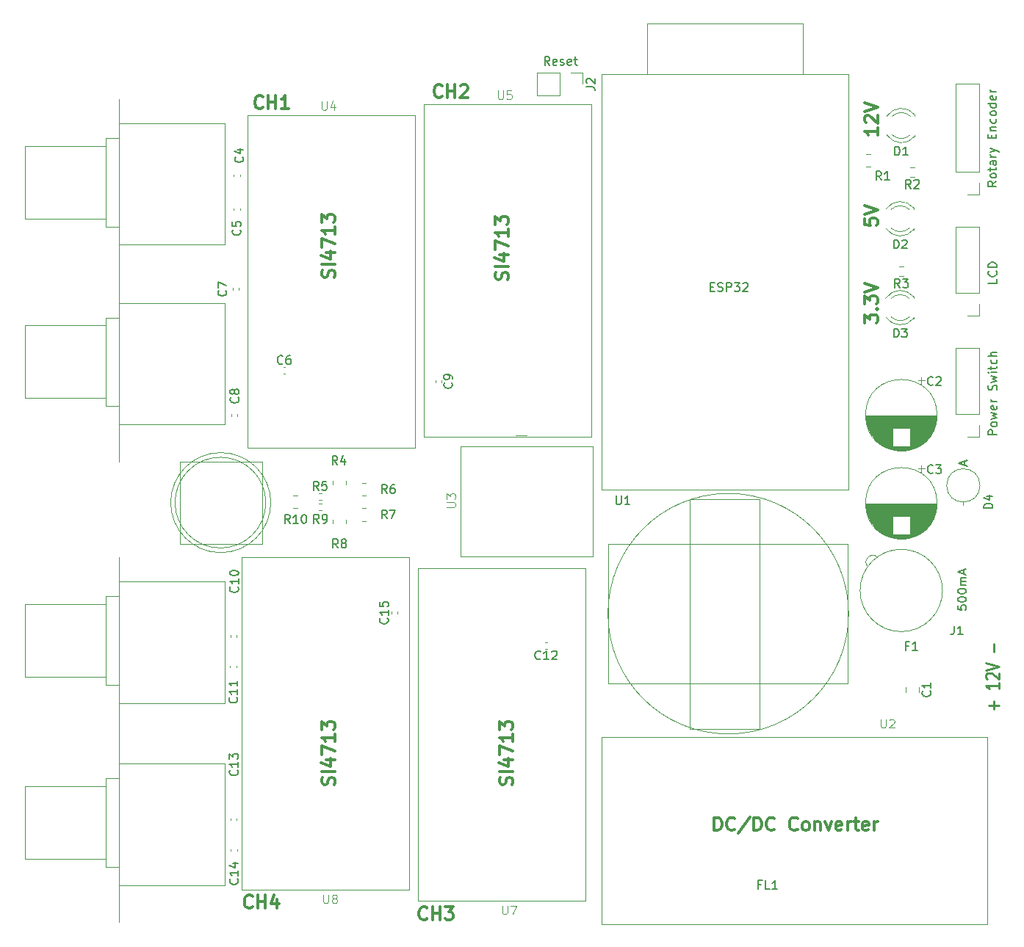
<source format=gbr>
%TF.GenerationSoftware,KiCad,Pcbnew,8.0.6*%
%TF.CreationDate,2024-11-28T17:20:23+01:00*%
%TF.ProjectId,fm-tx-LCD,666d2d74-782d-44c4-9344-2e6b69636164,rev?*%
%TF.SameCoordinates,Original*%
%TF.FileFunction,Legend,Top*%
%TF.FilePolarity,Positive*%
%FSLAX46Y46*%
G04 Gerber Fmt 4.6, Leading zero omitted, Abs format (unit mm)*
G04 Created by KiCad (PCBNEW 8.0.6) date 2024-11-28 17:20:23*
%MOMM*%
%LPD*%
G01*
G04 APERTURE LIST*
%ADD10C,0.300000*%
%ADD11C,0.150000*%
%ADD12C,0.240000*%
%ADD13C,0.100000*%
%ADD14C,0.120000*%
G04 APERTURE END LIST*
D10*
X88479400Y-110016917D02*
X88550828Y-109802632D01*
X88550828Y-109802632D02*
X88550828Y-109445489D01*
X88550828Y-109445489D02*
X88479400Y-109302632D01*
X88479400Y-109302632D02*
X88407971Y-109231203D01*
X88407971Y-109231203D02*
X88265114Y-109159774D01*
X88265114Y-109159774D02*
X88122257Y-109159774D01*
X88122257Y-109159774D02*
X87979400Y-109231203D01*
X87979400Y-109231203D02*
X87907971Y-109302632D01*
X87907971Y-109302632D02*
X87836542Y-109445489D01*
X87836542Y-109445489D02*
X87765114Y-109731203D01*
X87765114Y-109731203D02*
X87693685Y-109874060D01*
X87693685Y-109874060D02*
X87622257Y-109945489D01*
X87622257Y-109945489D02*
X87479400Y-110016917D01*
X87479400Y-110016917D02*
X87336542Y-110016917D01*
X87336542Y-110016917D02*
X87193685Y-109945489D01*
X87193685Y-109945489D02*
X87122257Y-109874060D01*
X87122257Y-109874060D02*
X87050828Y-109731203D01*
X87050828Y-109731203D02*
X87050828Y-109374060D01*
X87050828Y-109374060D02*
X87122257Y-109159774D01*
X88550828Y-108516918D02*
X87050828Y-108516918D01*
X87550828Y-107159775D02*
X88550828Y-107159775D01*
X86979400Y-107516917D02*
X88050828Y-107874060D01*
X88050828Y-107874060D02*
X88050828Y-106945489D01*
X87050828Y-106516918D02*
X87050828Y-105516918D01*
X87050828Y-105516918D02*
X88550828Y-106159775D01*
X88550828Y-104159775D02*
X88550828Y-105016918D01*
X88550828Y-104588347D02*
X87050828Y-104588347D01*
X87050828Y-104588347D02*
X87265114Y-104731204D01*
X87265114Y-104731204D02*
X87407971Y-104874061D01*
X87407971Y-104874061D02*
X87479400Y-105016918D01*
X87050828Y-103659776D02*
X87050828Y-102731204D01*
X87050828Y-102731204D02*
X87622257Y-103231204D01*
X87622257Y-103231204D02*
X87622257Y-103016919D01*
X87622257Y-103016919D02*
X87693685Y-102874062D01*
X87693685Y-102874062D02*
X87765114Y-102802633D01*
X87765114Y-102802633D02*
X87907971Y-102731204D01*
X87907971Y-102731204D02*
X88265114Y-102731204D01*
X88265114Y-102731204D02*
X88407971Y-102802633D01*
X88407971Y-102802633D02*
X88479400Y-102874062D01*
X88479400Y-102874062D02*
X88550828Y-103016919D01*
X88550828Y-103016919D02*
X88550828Y-103445490D01*
X88550828Y-103445490D02*
X88479400Y-103588347D01*
X88479400Y-103588347D02*
X88407971Y-103659776D01*
X130610828Y-34219774D02*
X130610828Y-35076917D01*
X130610828Y-34648346D02*
X129110828Y-34648346D01*
X129110828Y-34648346D02*
X129325114Y-34791203D01*
X129325114Y-34791203D02*
X129467971Y-34934060D01*
X129467971Y-34934060D02*
X129539400Y-35076917D01*
X129253685Y-33648346D02*
X129182257Y-33576918D01*
X129182257Y-33576918D02*
X129110828Y-33434061D01*
X129110828Y-33434061D02*
X129110828Y-33076918D01*
X129110828Y-33076918D02*
X129182257Y-32934061D01*
X129182257Y-32934061D02*
X129253685Y-32862632D01*
X129253685Y-32862632D02*
X129396542Y-32791203D01*
X129396542Y-32791203D02*
X129539400Y-32791203D01*
X129539400Y-32791203D02*
X129753685Y-32862632D01*
X129753685Y-32862632D02*
X130610828Y-33719775D01*
X130610828Y-33719775D02*
X130610828Y-32791203D01*
X129110828Y-32362632D02*
X130610828Y-31862632D01*
X130610828Y-31862632D02*
X129110828Y-31362632D01*
D11*
X92823100Y-27037422D02*
X92489767Y-26561231D01*
X92251672Y-27037422D02*
X92251672Y-26037422D01*
X92251672Y-26037422D02*
X92632624Y-26037422D01*
X92632624Y-26037422D02*
X92727862Y-26085041D01*
X92727862Y-26085041D02*
X92775481Y-26132660D01*
X92775481Y-26132660D02*
X92823100Y-26227898D01*
X92823100Y-26227898D02*
X92823100Y-26370755D01*
X92823100Y-26370755D02*
X92775481Y-26465993D01*
X92775481Y-26465993D02*
X92727862Y-26513612D01*
X92727862Y-26513612D02*
X92632624Y-26561231D01*
X92632624Y-26561231D02*
X92251672Y-26561231D01*
X93632624Y-26989803D02*
X93537386Y-27037422D01*
X93537386Y-27037422D02*
X93346910Y-27037422D01*
X93346910Y-27037422D02*
X93251672Y-26989803D01*
X93251672Y-26989803D02*
X93204053Y-26894564D01*
X93204053Y-26894564D02*
X93204053Y-26513612D01*
X93204053Y-26513612D02*
X93251672Y-26418374D01*
X93251672Y-26418374D02*
X93346910Y-26370755D01*
X93346910Y-26370755D02*
X93537386Y-26370755D01*
X93537386Y-26370755D02*
X93632624Y-26418374D01*
X93632624Y-26418374D02*
X93680243Y-26513612D01*
X93680243Y-26513612D02*
X93680243Y-26608850D01*
X93680243Y-26608850D02*
X93204053Y-26704088D01*
X94061196Y-26989803D02*
X94156434Y-27037422D01*
X94156434Y-27037422D02*
X94346910Y-27037422D01*
X94346910Y-27037422D02*
X94442148Y-26989803D01*
X94442148Y-26989803D02*
X94489767Y-26894564D01*
X94489767Y-26894564D02*
X94489767Y-26846945D01*
X94489767Y-26846945D02*
X94442148Y-26751707D01*
X94442148Y-26751707D02*
X94346910Y-26704088D01*
X94346910Y-26704088D02*
X94204053Y-26704088D01*
X94204053Y-26704088D02*
X94108815Y-26656469D01*
X94108815Y-26656469D02*
X94061196Y-26561231D01*
X94061196Y-26561231D02*
X94061196Y-26513612D01*
X94061196Y-26513612D02*
X94108815Y-26418374D01*
X94108815Y-26418374D02*
X94204053Y-26370755D01*
X94204053Y-26370755D02*
X94346910Y-26370755D01*
X94346910Y-26370755D02*
X94442148Y-26418374D01*
X95299291Y-26989803D02*
X95204053Y-27037422D01*
X95204053Y-27037422D02*
X95013577Y-27037422D01*
X95013577Y-27037422D02*
X94918339Y-26989803D01*
X94918339Y-26989803D02*
X94870720Y-26894564D01*
X94870720Y-26894564D02*
X94870720Y-26513612D01*
X94870720Y-26513612D02*
X94918339Y-26418374D01*
X94918339Y-26418374D02*
X95013577Y-26370755D01*
X95013577Y-26370755D02*
X95204053Y-26370755D01*
X95204053Y-26370755D02*
X95299291Y-26418374D01*
X95299291Y-26418374D02*
X95346910Y-26513612D01*
X95346910Y-26513612D02*
X95346910Y-26608850D01*
X95346910Y-26608850D02*
X94870720Y-26704088D01*
X95632625Y-26370755D02*
X96013577Y-26370755D01*
X95775482Y-26037422D02*
X95775482Y-26894564D01*
X95775482Y-26894564D02*
X95823101Y-26989803D01*
X95823101Y-26989803D02*
X95918339Y-27037422D01*
X95918339Y-27037422D02*
X96013577Y-27037422D01*
D10*
X129110828Y-56738346D02*
X129110828Y-55809774D01*
X129110828Y-55809774D02*
X129682257Y-56309774D01*
X129682257Y-56309774D02*
X129682257Y-56095489D01*
X129682257Y-56095489D02*
X129753685Y-55952632D01*
X129753685Y-55952632D02*
X129825114Y-55881203D01*
X129825114Y-55881203D02*
X129967971Y-55809774D01*
X129967971Y-55809774D02*
X130325114Y-55809774D01*
X130325114Y-55809774D02*
X130467971Y-55881203D01*
X130467971Y-55881203D02*
X130539400Y-55952632D01*
X130539400Y-55952632D02*
X130610828Y-56095489D01*
X130610828Y-56095489D02*
X130610828Y-56524060D01*
X130610828Y-56524060D02*
X130539400Y-56666917D01*
X130539400Y-56666917D02*
X130467971Y-56738346D01*
X130467971Y-55166918D02*
X130539400Y-55095489D01*
X130539400Y-55095489D02*
X130610828Y-55166918D01*
X130610828Y-55166918D02*
X130539400Y-55238346D01*
X130539400Y-55238346D02*
X130467971Y-55166918D01*
X130467971Y-55166918D02*
X130610828Y-55166918D01*
X129110828Y-54595489D02*
X129110828Y-53666917D01*
X129110828Y-53666917D02*
X129682257Y-54166917D01*
X129682257Y-54166917D02*
X129682257Y-53952632D01*
X129682257Y-53952632D02*
X129753685Y-53809775D01*
X129753685Y-53809775D02*
X129825114Y-53738346D01*
X129825114Y-53738346D02*
X129967971Y-53666917D01*
X129967971Y-53666917D02*
X130325114Y-53666917D01*
X130325114Y-53666917D02*
X130467971Y-53738346D01*
X130467971Y-53738346D02*
X130539400Y-53809775D01*
X130539400Y-53809775D02*
X130610828Y-53952632D01*
X130610828Y-53952632D02*
X130610828Y-54381203D01*
X130610828Y-54381203D02*
X130539400Y-54524060D01*
X130539400Y-54524060D02*
X130467971Y-54595489D01*
X129110828Y-53238346D02*
X130610828Y-52738346D01*
X130610828Y-52738346D02*
X129110828Y-52238346D01*
D12*
X144012520Y-101306391D02*
X144012520Y-100392106D01*
X144583948Y-100849248D02*
X143441091Y-100849248D01*
X144583948Y-98277820D02*
X144583948Y-98963534D01*
X144583948Y-98620677D02*
X143083948Y-98620677D01*
X143083948Y-98620677D02*
X143298234Y-98734963D01*
X143298234Y-98734963D02*
X143441091Y-98849248D01*
X143441091Y-98849248D02*
X143512520Y-98963534D01*
X143226805Y-97820677D02*
X143155377Y-97763534D01*
X143155377Y-97763534D02*
X143083948Y-97649249D01*
X143083948Y-97649249D02*
X143083948Y-97363534D01*
X143083948Y-97363534D02*
X143155377Y-97249249D01*
X143155377Y-97249249D02*
X143226805Y-97192106D01*
X143226805Y-97192106D02*
X143369662Y-97134963D01*
X143369662Y-97134963D02*
X143512520Y-97134963D01*
X143512520Y-97134963D02*
X143726805Y-97192106D01*
X143726805Y-97192106D02*
X144583948Y-97877820D01*
X144583948Y-97877820D02*
X144583948Y-97134963D01*
X143083948Y-96792106D02*
X144583948Y-96392106D01*
X144583948Y-96392106D02*
X143083948Y-95992106D01*
X144012520Y-94677820D02*
X144012520Y-93763535D01*
D10*
X129110828Y-44731203D02*
X129110828Y-45445489D01*
X129110828Y-45445489D02*
X129825114Y-45516917D01*
X129825114Y-45516917D02*
X129753685Y-45445489D01*
X129753685Y-45445489D02*
X129682257Y-45302632D01*
X129682257Y-45302632D02*
X129682257Y-44945489D01*
X129682257Y-44945489D02*
X129753685Y-44802632D01*
X129753685Y-44802632D02*
X129825114Y-44731203D01*
X129825114Y-44731203D02*
X129967971Y-44659774D01*
X129967971Y-44659774D02*
X130325114Y-44659774D01*
X130325114Y-44659774D02*
X130467971Y-44731203D01*
X130467971Y-44731203D02*
X130539400Y-44802632D01*
X130539400Y-44802632D02*
X130610828Y-44945489D01*
X130610828Y-44945489D02*
X130610828Y-45302632D01*
X130610828Y-45302632D02*
X130539400Y-45445489D01*
X130539400Y-45445489D02*
X130467971Y-45516917D01*
X129110828Y-44231203D02*
X130610828Y-43731203D01*
X130610828Y-43731203D02*
X129110828Y-43231203D01*
D11*
X144369819Y-51687030D02*
X144369819Y-52163220D01*
X144369819Y-52163220D02*
X143369819Y-52163220D01*
X144274580Y-50782268D02*
X144322200Y-50829887D01*
X144322200Y-50829887D02*
X144369819Y-50972744D01*
X144369819Y-50972744D02*
X144369819Y-51067982D01*
X144369819Y-51067982D02*
X144322200Y-51210839D01*
X144322200Y-51210839D02*
X144226961Y-51306077D01*
X144226961Y-51306077D02*
X144131723Y-51353696D01*
X144131723Y-51353696D02*
X143941247Y-51401315D01*
X143941247Y-51401315D02*
X143798390Y-51401315D01*
X143798390Y-51401315D02*
X143607914Y-51353696D01*
X143607914Y-51353696D02*
X143512676Y-51306077D01*
X143512676Y-51306077D02*
X143417438Y-51210839D01*
X143417438Y-51210839D02*
X143369819Y-51067982D01*
X143369819Y-51067982D02*
X143369819Y-50972744D01*
X143369819Y-50972744D02*
X143417438Y-50829887D01*
X143417438Y-50829887D02*
X143465057Y-50782268D01*
X144369819Y-50353696D02*
X143369819Y-50353696D01*
X143369819Y-50353696D02*
X143369819Y-50115601D01*
X143369819Y-50115601D02*
X143417438Y-49972744D01*
X143417438Y-49972744D02*
X143512676Y-49877506D01*
X143512676Y-49877506D02*
X143607914Y-49829887D01*
X143607914Y-49829887D02*
X143798390Y-49782268D01*
X143798390Y-49782268D02*
X143941247Y-49782268D01*
X143941247Y-49782268D02*
X144131723Y-49829887D01*
X144131723Y-49829887D02*
X144226961Y-49877506D01*
X144226961Y-49877506D02*
X144322200Y-49972744D01*
X144322200Y-49972744D02*
X144369819Y-50115601D01*
X144369819Y-50115601D02*
X144369819Y-50353696D01*
D10*
X87979400Y-51766917D02*
X88050828Y-51552632D01*
X88050828Y-51552632D02*
X88050828Y-51195489D01*
X88050828Y-51195489D02*
X87979400Y-51052632D01*
X87979400Y-51052632D02*
X87907971Y-50981203D01*
X87907971Y-50981203D02*
X87765114Y-50909774D01*
X87765114Y-50909774D02*
X87622257Y-50909774D01*
X87622257Y-50909774D02*
X87479400Y-50981203D01*
X87479400Y-50981203D02*
X87407971Y-51052632D01*
X87407971Y-51052632D02*
X87336542Y-51195489D01*
X87336542Y-51195489D02*
X87265114Y-51481203D01*
X87265114Y-51481203D02*
X87193685Y-51624060D01*
X87193685Y-51624060D02*
X87122257Y-51695489D01*
X87122257Y-51695489D02*
X86979400Y-51766917D01*
X86979400Y-51766917D02*
X86836542Y-51766917D01*
X86836542Y-51766917D02*
X86693685Y-51695489D01*
X86693685Y-51695489D02*
X86622257Y-51624060D01*
X86622257Y-51624060D02*
X86550828Y-51481203D01*
X86550828Y-51481203D02*
X86550828Y-51124060D01*
X86550828Y-51124060D02*
X86622257Y-50909774D01*
X88050828Y-50266918D02*
X86550828Y-50266918D01*
X87050828Y-48909775D02*
X88050828Y-48909775D01*
X86479400Y-49266917D02*
X87550828Y-49624060D01*
X87550828Y-49624060D02*
X87550828Y-48695489D01*
X86550828Y-48266918D02*
X86550828Y-47266918D01*
X86550828Y-47266918D02*
X88050828Y-47909775D01*
X88050828Y-45909775D02*
X88050828Y-46766918D01*
X88050828Y-46338347D02*
X86550828Y-46338347D01*
X86550828Y-46338347D02*
X86765114Y-46481204D01*
X86765114Y-46481204D02*
X86907971Y-46624061D01*
X86907971Y-46624061D02*
X86979400Y-46766918D01*
X86550828Y-45409776D02*
X86550828Y-44481204D01*
X86550828Y-44481204D02*
X87122257Y-44981204D01*
X87122257Y-44981204D02*
X87122257Y-44766919D01*
X87122257Y-44766919D02*
X87193685Y-44624062D01*
X87193685Y-44624062D02*
X87265114Y-44552633D01*
X87265114Y-44552633D02*
X87407971Y-44481204D01*
X87407971Y-44481204D02*
X87765114Y-44481204D01*
X87765114Y-44481204D02*
X87907971Y-44552633D01*
X87907971Y-44552633D02*
X87979400Y-44624062D01*
X87979400Y-44624062D02*
X88050828Y-44766919D01*
X88050828Y-44766919D02*
X88050828Y-45195490D01*
X88050828Y-45195490D02*
X87979400Y-45338347D01*
X87979400Y-45338347D02*
X87907971Y-45409776D01*
X111804510Y-115300828D02*
X111804510Y-113800828D01*
X111804510Y-113800828D02*
X112161653Y-113800828D01*
X112161653Y-113800828D02*
X112375939Y-113872257D01*
X112375939Y-113872257D02*
X112518796Y-114015114D01*
X112518796Y-114015114D02*
X112590225Y-114157971D01*
X112590225Y-114157971D02*
X112661653Y-114443685D01*
X112661653Y-114443685D02*
X112661653Y-114657971D01*
X112661653Y-114657971D02*
X112590225Y-114943685D01*
X112590225Y-114943685D02*
X112518796Y-115086542D01*
X112518796Y-115086542D02*
X112375939Y-115229400D01*
X112375939Y-115229400D02*
X112161653Y-115300828D01*
X112161653Y-115300828D02*
X111804510Y-115300828D01*
X114161653Y-115157971D02*
X114090225Y-115229400D01*
X114090225Y-115229400D02*
X113875939Y-115300828D01*
X113875939Y-115300828D02*
X113733082Y-115300828D01*
X113733082Y-115300828D02*
X113518796Y-115229400D01*
X113518796Y-115229400D02*
X113375939Y-115086542D01*
X113375939Y-115086542D02*
X113304510Y-114943685D01*
X113304510Y-114943685D02*
X113233082Y-114657971D01*
X113233082Y-114657971D02*
X113233082Y-114443685D01*
X113233082Y-114443685D02*
X113304510Y-114157971D01*
X113304510Y-114157971D02*
X113375939Y-114015114D01*
X113375939Y-114015114D02*
X113518796Y-113872257D01*
X113518796Y-113872257D02*
X113733082Y-113800828D01*
X113733082Y-113800828D02*
X113875939Y-113800828D01*
X113875939Y-113800828D02*
X114090225Y-113872257D01*
X114090225Y-113872257D02*
X114161653Y-113943685D01*
X115875939Y-113729400D02*
X114590225Y-115657971D01*
X116375939Y-115300828D02*
X116375939Y-113800828D01*
X116375939Y-113800828D02*
X116733082Y-113800828D01*
X116733082Y-113800828D02*
X116947368Y-113872257D01*
X116947368Y-113872257D02*
X117090225Y-114015114D01*
X117090225Y-114015114D02*
X117161654Y-114157971D01*
X117161654Y-114157971D02*
X117233082Y-114443685D01*
X117233082Y-114443685D02*
X117233082Y-114657971D01*
X117233082Y-114657971D02*
X117161654Y-114943685D01*
X117161654Y-114943685D02*
X117090225Y-115086542D01*
X117090225Y-115086542D02*
X116947368Y-115229400D01*
X116947368Y-115229400D02*
X116733082Y-115300828D01*
X116733082Y-115300828D02*
X116375939Y-115300828D01*
X118733082Y-115157971D02*
X118661654Y-115229400D01*
X118661654Y-115229400D02*
X118447368Y-115300828D01*
X118447368Y-115300828D02*
X118304511Y-115300828D01*
X118304511Y-115300828D02*
X118090225Y-115229400D01*
X118090225Y-115229400D02*
X117947368Y-115086542D01*
X117947368Y-115086542D02*
X117875939Y-114943685D01*
X117875939Y-114943685D02*
X117804511Y-114657971D01*
X117804511Y-114657971D02*
X117804511Y-114443685D01*
X117804511Y-114443685D02*
X117875939Y-114157971D01*
X117875939Y-114157971D02*
X117947368Y-114015114D01*
X117947368Y-114015114D02*
X118090225Y-113872257D01*
X118090225Y-113872257D02*
X118304511Y-113800828D01*
X118304511Y-113800828D02*
X118447368Y-113800828D01*
X118447368Y-113800828D02*
X118661654Y-113872257D01*
X118661654Y-113872257D02*
X118733082Y-113943685D01*
X121375939Y-115157971D02*
X121304511Y-115229400D01*
X121304511Y-115229400D02*
X121090225Y-115300828D01*
X121090225Y-115300828D02*
X120947368Y-115300828D01*
X120947368Y-115300828D02*
X120733082Y-115229400D01*
X120733082Y-115229400D02*
X120590225Y-115086542D01*
X120590225Y-115086542D02*
X120518796Y-114943685D01*
X120518796Y-114943685D02*
X120447368Y-114657971D01*
X120447368Y-114657971D02*
X120447368Y-114443685D01*
X120447368Y-114443685D02*
X120518796Y-114157971D01*
X120518796Y-114157971D02*
X120590225Y-114015114D01*
X120590225Y-114015114D02*
X120733082Y-113872257D01*
X120733082Y-113872257D02*
X120947368Y-113800828D01*
X120947368Y-113800828D02*
X121090225Y-113800828D01*
X121090225Y-113800828D02*
X121304511Y-113872257D01*
X121304511Y-113872257D02*
X121375939Y-113943685D01*
X122233082Y-115300828D02*
X122090225Y-115229400D01*
X122090225Y-115229400D02*
X122018796Y-115157971D01*
X122018796Y-115157971D02*
X121947368Y-115015114D01*
X121947368Y-115015114D02*
X121947368Y-114586542D01*
X121947368Y-114586542D02*
X122018796Y-114443685D01*
X122018796Y-114443685D02*
X122090225Y-114372257D01*
X122090225Y-114372257D02*
X122233082Y-114300828D01*
X122233082Y-114300828D02*
X122447368Y-114300828D01*
X122447368Y-114300828D02*
X122590225Y-114372257D01*
X122590225Y-114372257D02*
X122661654Y-114443685D01*
X122661654Y-114443685D02*
X122733082Y-114586542D01*
X122733082Y-114586542D02*
X122733082Y-115015114D01*
X122733082Y-115015114D02*
X122661654Y-115157971D01*
X122661654Y-115157971D02*
X122590225Y-115229400D01*
X122590225Y-115229400D02*
X122447368Y-115300828D01*
X122447368Y-115300828D02*
X122233082Y-115300828D01*
X123375939Y-114300828D02*
X123375939Y-115300828D01*
X123375939Y-114443685D02*
X123447368Y-114372257D01*
X123447368Y-114372257D02*
X123590225Y-114300828D01*
X123590225Y-114300828D02*
X123804511Y-114300828D01*
X123804511Y-114300828D02*
X123947368Y-114372257D01*
X123947368Y-114372257D02*
X124018797Y-114515114D01*
X124018797Y-114515114D02*
X124018797Y-115300828D01*
X124590225Y-114300828D02*
X124947368Y-115300828D01*
X124947368Y-115300828D02*
X125304511Y-114300828D01*
X126447368Y-115229400D02*
X126304511Y-115300828D01*
X126304511Y-115300828D02*
X126018797Y-115300828D01*
X126018797Y-115300828D02*
X125875939Y-115229400D01*
X125875939Y-115229400D02*
X125804511Y-115086542D01*
X125804511Y-115086542D02*
X125804511Y-114515114D01*
X125804511Y-114515114D02*
X125875939Y-114372257D01*
X125875939Y-114372257D02*
X126018797Y-114300828D01*
X126018797Y-114300828D02*
X126304511Y-114300828D01*
X126304511Y-114300828D02*
X126447368Y-114372257D01*
X126447368Y-114372257D02*
X126518797Y-114515114D01*
X126518797Y-114515114D02*
X126518797Y-114657971D01*
X126518797Y-114657971D02*
X125804511Y-114800828D01*
X127161653Y-115300828D02*
X127161653Y-114300828D01*
X127161653Y-114586542D02*
X127233082Y-114443685D01*
X127233082Y-114443685D02*
X127304511Y-114372257D01*
X127304511Y-114372257D02*
X127447368Y-114300828D01*
X127447368Y-114300828D02*
X127590225Y-114300828D01*
X127875939Y-114300828D02*
X128447367Y-114300828D01*
X128090224Y-113800828D02*
X128090224Y-115086542D01*
X128090224Y-115086542D02*
X128161653Y-115229400D01*
X128161653Y-115229400D02*
X128304510Y-115300828D01*
X128304510Y-115300828D02*
X128447367Y-115300828D01*
X129518796Y-115229400D02*
X129375939Y-115300828D01*
X129375939Y-115300828D02*
X129090225Y-115300828D01*
X129090225Y-115300828D02*
X128947367Y-115229400D01*
X128947367Y-115229400D02*
X128875939Y-115086542D01*
X128875939Y-115086542D02*
X128875939Y-114515114D01*
X128875939Y-114515114D02*
X128947367Y-114372257D01*
X128947367Y-114372257D02*
X129090225Y-114300828D01*
X129090225Y-114300828D02*
X129375939Y-114300828D01*
X129375939Y-114300828D02*
X129518796Y-114372257D01*
X129518796Y-114372257D02*
X129590225Y-114515114D01*
X129590225Y-114515114D02*
X129590225Y-114657971D01*
X129590225Y-114657971D02*
X128875939Y-114800828D01*
X130233081Y-115300828D02*
X130233081Y-114300828D01*
X130233081Y-114586542D02*
X130304510Y-114443685D01*
X130304510Y-114443685D02*
X130375939Y-114372257D01*
X130375939Y-114372257D02*
X130518796Y-114300828D01*
X130518796Y-114300828D02*
X130661653Y-114300828D01*
D11*
X139839819Y-89357030D02*
X139839819Y-89833220D01*
X139839819Y-89833220D02*
X140316009Y-89880839D01*
X140316009Y-89880839D02*
X140268390Y-89833220D01*
X140268390Y-89833220D02*
X140220771Y-89737982D01*
X140220771Y-89737982D02*
X140220771Y-89499887D01*
X140220771Y-89499887D02*
X140268390Y-89404649D01*
X140268390Y-89404649D02*
X140316009Y-89357030D01*
X140316009Y-89357030D02*
X140411247Y-89309411D01*
X140411247Y-89309411D02*
X140649342Y-89309411D01*
X140649342Y-89309411D02*
X140744580Y-89357030D01*
X140744580Y-89357030D02*
X140792200Y-89404649D01*
X140792200Y-89404649D02*
X140839819Y-89499887D01*
X140839819Y-89499887D02*
X140839819Y-89737982D01*
X140839819Y-89737982D02*
X140792200Y-89833220D01*
X140792200Y-89833220D02*
X140744580Y-89880839D01*
X139839819Y-88690363D02*
X139839819Y-88595125D01*
X139839819Y-88595125D02*
X139887438Y-88499887D01*
X139887438Y-88499887D02*
X139935057Y-88452268D01*
X139935057Y-88452268D02*
X140030295Y-88404649D01*
X140030295Y-88404649D02*
X140220771Y-88357030D01*
X140220771Y-88357030D02*
X140458866Y-88357030D01*
X140458866Y-88357030D02*
X140649342Y-88404649D01*
X140649342Y-88404649D02*
X140744580Y-88452268D01*
X140744580Y-88452268D02*
X140792200Y-88499887D01*
X140792200Y-88499887D02*
X140839819Y-88595125D01*
X140839819Y-88595125D02*
X140839819Y-88690363D01*
X140839819Y-88690363D02*
X140792200Y-88785601D01*
X140792200Y-88785601D02*
X140744580Y-88833220D01*
X140744580Y-88833220D02*
X140649342Y-88880839D01*
X140649342Y-88880839D02*
X140458866Y-88928458D01*
X140458866Y-88928458D02*
X140220771Y-88928458D01*
X140220771Y-88928458D02*
X140030295Y-88880839D01*
X140030295Y-88880839D02*
X139935057Y-88833220D01*
X139935057Y-88833220D02*
X139887438Y-88785601D01*
X139887438Y-88785601D02*
X139839819Y-88690363D01*
X139839819Y-87737982D02*
X139839819Y-87642744D01*
X139839819Y-87642744D02*
X139887438Y-87547506D01*
X139887438Y-87547506D02*
X139935057Y-87499887D01*
X139935057Y-87499887D02*
X140030295Y-87452268D01*
X140030295Y-87452268D02*
X140220771Y-87404649D01*
X140220771Y-87404649D02*
X140458866Y-87404649D01*
X140458866Y-87404649D02*
X140649342Y-87452268D01*
X140649342Y-87452268D02*
X140744580Y-87499887D01*
X140744580Y-87499887D02*
X140792200Y-87547506D01*
X140792200Y-87547506D02*
X140839819Y-87642744D01*
X140839819Y-87642744D02*
X140839819Y-87737982D01*
X140839819Y-87737982D02*
X140792200Y-87833220D01*
X140792200Y-87833220D02*
X140744580Y-87880839D01*
X140744580Y-87880839D02*
X140649342Y-87928458D01*
X140649342Y-87928458D02*
X140458866Y-87976077D01*
X140458866Y-87976077D02*
X140220771Y-87976077D01*
X140220771Y-87976077D02*
X140030295Y-87928458D01*
X140030295Y-87928458D02*
X139935057Y-87880839D01*
X139935057Y-87880839D02*
X139887438Y-87833220D01*
X139887438Y-87833220D02*
X139839819Y-87737982D01*
X140839819Y-86976077D02*
X140173152Y-86976077D01*
X140268390Y-86976077D02*
X140220771Y-86928458D01*
X140220771Y-86928458D02*
X140173152Y-86833220D01*
X140173152Y-86833220D02*
X140173152Y-86690363D01*
X140173152Y-86690363D02*
X140220771Y-86595125D01*
X140220771Y-86595125D02*
X140316009Y-86547506D01*
X140316009Y-86547506D02*
X140839819Y-86547506D01*
X140316009Y-86547506D02*
X140220771Y-86499887D01*
X140220771Y-86499887D02*
X140173152Y-86404649D01*
X140173152Y-86404649D02*
X140173152Y-86261792D01*
X140173152Y-86261792D02*
X140220771Y-86166553D01*
X140220771Y-86166553D02*
X140316009Y-86118934D01*
X140316009Y-86118934D02*
X140839819Y-86118934D01*
X140554104Y-85690363D02*
X140554104Y-85214173D01*
X140839819Y-85785601D02*
X139839819Y-85452268D01*
X139839819Y-85452268D02*
X140839819Y-85118935D01*
D10*
X67979400Y-51516917D02*
X68050828Y-51302632D01*
X68050828Y-51302632D02*
X68050828Y-50945489D01*
X68050828Y-50945489D02*
X67979400Y-50802632D01*
X67979400Y-50802632D02*
X67907971Y-50731203D01*
X67907971Y-50731203D02*
X67765114Y-50659774D01*
X67765114Y-50659774D02*
X67622257Y-50659774D01*
X67622257Y-50659774D02*
X67479400Y-50731203D01*
X67479400Y-50731203D02*
X67407971Y-50802632D01*
X67407971Y-50802632D02*
X67336542Y-50945489D01*
X67336542Y-50945489D02*
X67265114Y-51231203D01*
X67265114Y-51231203D02*
X67193685Y-51374060D01*
X67193685Y-51374060D02*
X67122257Y-51445489D01*
X67122257Y-51445489D02*
X66979400Y-51516917D01*
X66979400Y-51516917D02*
X66836542Y-51516917D01*
X66836542Y-51516917D02*
X66693685Y-51445489D01*
X66693685Y-51445489D02*
X66622257Y-51374060D01*
X66622257Y-51374060D02*
X66550828Y-51231203D01*
X66550828Y-51231203D02*
X66550828Y-50874060D01*
X66550828Y-50874060D02*
X66622257Y-50659774D01*
X68050828Y-50016918D02*
X66550828Y-50016918D01*
X67050828Y-48659775D02*
X68050828Y-48659775D01*
X66479400Y-49016917D02*
X67550828Y-49374060D01*
X67550828Y-49374060D02*
X67550828Y-48445489D01*
X66550828Y-48016918D02*
X66550828Y-47016918D01*
X66550828Y-47016918D02*
X68050828Y-47659775D01*
X68050828Y-45659775D02*
X68050828Y-46516918D01*
X68050828Y-46088347D02*
X66550828Y-46088347D01*
X66550828Y-46088347D02*
X66765114Y-46231204D01*
X66765114Y-46231204D02*
X66907971Y-46374061D01*
X66907971Y-46374061D02*
X66979400Y-46516918D01*
X66550828Y-45159776D02*
X66550828Y-44231204D01*
X66550828Y-44231204D02*
X67122257Y-44731204D01*
X67122257Y-44731204D02*
X67122257Y-44516919D01*
X67122257Y-44516919D02*
X67193685Y-44374062D01*
X67193685Y-44374062D02*
X67265114Y-44302633D01*
X67265114Y-44302633D02*
X67407971Y-44231204D01*
X67407971Y-44231204D02*
X67765114Y-44231204D01*
X67765114Y-44231204D02*
X67907971Y-44302633D01*
X67907971Y-44302633D02*
X67979400Y-44374062D01*
X67979400Y-44374062D02*
X68050828Y-44516919D01*
X68050828Y-44516919D02*
X68050828Y-44945490D01*
X68050828Y-44945490D02*
X67979400Y-45088347D01*
X67979400Y-45088347D02*
X67907971Y-45159776D01*
D11*
X144369819Y-69663220D02*
X143369819Y-69663220D01*
X143369819Y-69663220D02*
X143369819Y-69282268D01*
X143369819Y-69282268D02*
X143417438Y-69187030D01*
X143417438Y-69187030D02*
X143465057Y-69139411D01*
X143465057Y-69139411D02*
X143560295Y-69091792D01*
X143560295Y-69091792D02*
X143703152Y-69091792D01*
X143703152Y-69091792D02*
X143798390Y-69139411D01*
X143798390Y-69139411D02*
X143846009Y-69187030D01*
X143846009Y-69187030D02*
X143893628Y-69282268D01*
X143893628Y-69282268D02*
X143893628Y-69663220D01*
X144369819Y-68520363D02*
X144322200Y-68615601D01*
X144322200Y-68615601D02*
X144274580Y-68663220D01*
X144274580Y-68663220D02*
X144179342Y-68710839D01*
X144179342Y-68710839D02*
X143893628Y-68710839D01*
X143893628Y-68710839D02*
X143798390Y-68663220D01*
X143798390Y-68663220D02*
X143750771Y-68615601D01*
X143750771Y-68615601D02*
X143703152Y-68520363D01*
X143703152Y-68520363D02*
X143703152Y-68377506D01*
X143703152Y-68377506D02*
X143750771Y-68282268D01*
X143750771Y-68282268D02*
X143798390Y-68234649D01*
X143798390Y-68234649D02*
X143893628Y-68187030D01*
X143893628Y-68187030D02*
X144179342Y-68187030D01*
X144179342Y-68187030D02*
X144274580Y-68234649D01*
X144274580Y-68234649D02*
X144322200Y-68282268D01*
X144322200Y-68282268D02*
X144369819Y-68377506D01*
X144369819Y-68377506D02*
X144369819Y-68520363D01*
X143703152Y-67853696D02*
X144369819Y-67663220D01*
X144369819Y-67663220D02*
X143893628Y-67472744D01*
X143893628Y-67472744D02*
X144369819Y-67282268D01*
X144369819Y-67282268D02*
X143703152Y-67091792D01*
X144322200Y-66329887D02*
X144369819Y-66425125D01*
X144369819Y-66425125D02*
X144369819Y-66615601D01*
X144369819Y-66615601D02*
X144322200Y-66710839D01*
X144322200Y-66710839D02*
X144226961Y-66758458D01*
X144226961Y-66758458D02*
X143846009Y-66758458D01*
X143846009Y-66758458D02*
X143750771Y-66710839D01*
X143750771Y-66710839D02*
X143703152Y-66615601D01*
X143703152Y-66615601D02*
X143703152Y-66425125D01*
X143703152Y-66425125D02*
X143750771Y-66329887D01*
X143750771Y-66329887D02*
X143846009Y-66282268D01*
X143846009Y-66282268D02*
X143941247Y-66282268D01*
X143941247Y-66282268D02*
X144036485Y-66758458D01*
X144369819Y-65853696D02*
X143703152Y-65853696D01*
X143893628Y-65853696D02*
X143798390Y-65806077D01*
X143798390Y-65806077D02*
X143750771Y-65758458D01*
X143750771Y-65758458D02*
X143703152Y-65663220D01*
X143703152Y-65663220D02*
X143703152Y-65567982D01*
X144322200Y-64520362D02*
X144369819Y-64377505D01*
X144369819Y-64377505D02*
X144369819Y-64139410D01*
X144369819Y-64139410D02*
X144322200Y-64044172D01*
X144322200Y-64044172D02*
X144274580Y-63996553D01*
X144274580Y-63996553D02*
X144179342Y-63948934D01*
X144179342Y-63948934D02*
X144084104Y-63948934D01*
X144084104Y-63948934D02*
X143988866Y-63996553D01*
X143988866Y-63996553D02*
X143941247Y-64044172D01*
X143941247Y-64044172D02*
X143893628Y-64139410D01*
X143893628Y-64139410D02*
X143846009Y-64329886D01*
X143846009Y-64329886D02*
X143798390Y-64425124D01*
X143798390Y-64425124D02*
X143750771Y-64472743D01*
X143750771Y-64472743D02*
X143655533Y-64520362D01*
X143655533Y-64520362D02*
X143560295Y-64520362D01*
X143560295Y-64520362D02*
X143465057Y-64472743D01*
X143465057Y-64472743D02*
X143417438Y-64425124D01*
X143417438Y-64425124D02*
X143369819Y-64329886D01*
X143369819Y-64329886D02*
X143369819Y-64091791D01*
X143369819Y-64091791D02*
X143417438Y-63948934D01*
X143703152Y-63615600D02*
X144369819Y-63425124D01*
X144369819Y-63425124D02*
X143893628Y-63234648D01*
X143893628Y-63234648D02*
X144369819Y-63044172D01*
X144369819Y-63044172D02*
X143703152Y-62853696D01*
X144369819Y-62472743D02*
X143703152Y-62472743D01*
X143369819Y-62472743D02*
X143417438Y-62520362D01*
X143417438Y-62520362D02*
X143465057Y-62472743D01*
X143465057Y-62472743D02*
X143417438Y-62425124D01*
X143417438Y-62425124D02*
X143369819Y-62472743D01*
X143369819Y-62472743D02*
X143465057Y-62472743D01*
X143703152Y-62139410D02*
X143703152Y-61758458D01*
X143369819Y-61996553D02*
X144226961Y-61996553D01*
X144226961Y-61996553D02*
X144322200Y-61948934D01*
X144322200Y-61948934D02*
X144369819Y-61853696D01*
X144369819Y-61853696D02*
X144369819Y-61758458D01*
X144322200Y-60996553D02*
X144369819Y-61091791D01*
X144369819Y-61091791D02*
X144369819Y-61282267D01*
X144369819Y-61282267D02*
X144322200Y-61377505D01*
X144322200Y-61377505D02*
X144274580Y-61425124D01*
X144274580Y-61425124D02*
X144179342Y-61472743D01*
X144179342Y-61472743D02*
X143893628Y-61472743D01*
X143893628Y-61472743D02*
X143798390Y-61425124D01*
X143798390Y-61425124D02*
X143750771Y-61377505D01*
X143750771Y-61377505D02*
X143703152Y-61282267D01*
X143703152Y-61282267D02*
X143703152Y-61091791D01*
X143703152Y-61091791D02*
X143750771Y-60996553D01*
X144369819Y-60567981D02*
X143369819Y-60567981D01*
X144369819Y-60139410D02*
X143846009Y-60139410D01*
X143846009Y-60139410D02*
X143750771Y-60187029D01*
X143750771Y-60187029D02*
X143703152Y-60282267D01*
X143703152Y-60282267D02*
X143703152Y-60425124D01*
X143703152Y-60425124D02*
X143750771Y-60520362D01*
X143750771Y-60520362D02*
X143798390Y-60567981D01*
D10*
X67979400Y-110016917D02*
X68050828Y-109802632D01*
X68050828Y-109802632D02*
X68050828Y-109445489D01*
X68050828Y-109445489D02*
X67979400Y-109302632D01*
X67979400Y-109302632D02*
X67907971Y-109231203D01*
X67907971Y-109231203D02*
X67765114Y-109159774D01*
X67765114Y-109159774D02*
X67622257Y-109159774D01*
X67622257Y-109159774D02*
X67479400Y-109231203D01*
X67479400Y-109231203D02*
X67407971Y-109302632D01*
X67407971Y-109302632D02*
X67336542Y-109445489D01*
X67336542Y-109445489D02*
X67265114Y-109731203D01*
X67265114Y-109731203D02*
X67193685Y-109874060D01*
X67193685Y-109874060D02*
X67122257Y-109945489D01*
X67122257Y-109945489D02*
X66979400Y-110016917D01*
X66979400Y-110016917D02*
X66836542Y-110016917D01*
X66836542Y-110016917D02*
X66693685Y-109945489D01*
X66693685Y-109945489D02*
X66622257Y-109874060D01*
X66622257Y-109874060D02*
X66550828Y-109731203D01*
X66550828Y-109731203D02*
X66550828Y-109374060D01*
X66550828Y-109374060D02*
X66622257Y-109159774D01*
X68050828Y-108516918D02*
X66550828Y-108516918D01*
X67050828Y-107159775D02*
X68050828Y-107159775D01*
X66479400Y-107516917D02*
X67550828Y-107874060D01*
X67550828Y-107874060D02*
X67550828Y-106945489D01*
X66550828Y-106516918D02*
X66550828Y-105516918D01*
X66550828Y-105516918D02*
X68050828Y-106159775D01*
X68050828Y-104159775D02*
X68050828Y-105016918D01*
X68050828Y-104588347D02*
X66550828Y-104588347D01*
X66550828Y-104588347D02*
X66765114Y-104731204D01*
X66765114Y-104731204D02*
X66907971Y-104874061D01*
X66907971Y-104874061D02*
X66979400Y-105016918D01*
X66550828Y-103659776D02*
X66550828Y-102731204D01*
X66550828Y-102731204D02*
X67122257Y-103231204D01*
X67122257Y-103231204D02*
X67122257Y-103016919D01*
X67122257Y-103016919D02*
X67193685Y-102874062D01*
X67193685Y-102874062D02*
X67265114Y-102802633D01*
X67265114Y-102802633D02*
X67407971Y-102731204D01*
X67407971Y-102731204D02*
X67765114Y-102731204D01*
X67765114Y-102731204D02*
X67907971Y-102802633D01*
X67907971Y-102802633D02*
X67979400Y-102874062D01*
X67979400Y-102874062D02*
X68050828Y-103016919D01*
X68050828Y-103016919D02*
X68050828Y-103445490D01*
X68050828Y-103445490D02*
X67979400Y-103588347D01*
X67979400Y-103588347D02*
X67907971Y-103659776D01*
D11*
X111336779Y-52596009D02*
X111670112Y-52596009D01*
X111812969Y-53119819D02*
X111336779Y-53119819D01*
X111336779Y-53119819D02*
X111336779Y-52119819D01*
X111336779Y-52119819D02*
X111812969Y-52119819D01*
X112193922Y-53072200D02*
X112336779Y-53119819D01*
X112336779Y-53119819D02*
X112574874Y-53119819D01*
X112574874Y-53119819D02*
X112670112Y-53072200D01*
X112670112Y-53072200D02*
X112717731Y-53024580D01*
X112717731Y-53024580D02*
X112765350Y-52929342D01*
X112765350Y-52929342D02*
X112765350Y-52834104D01*
X112765350Y-52834104D02*
X112717731Y-52738866D01*
X112717731Y-52738866D02*
X112670112Y-52691247D01*
X112670112Y-52691247D02*
X112574874Y-52643628D01*
X112574874Y-52643628D02*
X112384398Y-52596009D01*
X112384398Y-52596009D02*
X112289160Y-52548390D01*
X112289160Y-52548390D02*
X112241541Y-52500771D01*
X112241541Y-52500771D02*
X112193922Y-52405533D01*
X112193922Y-52405533D02*
X112193922Y-52310295D01*
X112193922Y-52310295D02*
X112241541Y-52215057D01*
X112241541Y-52215057D02*
X112289160Y-52167438D01*
X112289160Y-52167438D02*
X112384398Y-52119819D01*
X112384398Y-52119819D02*
X112622493Y-52119819D01*
X112622493Y-52119819D02*
X112765350Y-52167438D01*
X113193922Y-53119819D02*
X113193922Y-52119819D01*
X113193922Y-52119819D02*
X113574874Y-52119819D01*
X113574874Y-52119819D02*
X113670112Y-52167438D01*
X113670112Y-52167438D02*
X113717731Y-52215057D01*
X113717731Y-52215057D02*
X113765350Y-52310295D01*
X113765350Y-52310295D02*
X113765350Y-52453152D01*
X113765350Y-52453152D02*
X113717731Y-52548390D01*
X113717731Y-52548390D02*
X113670112Y-52596009D01*
X113670112Y-52596009D02*
X113574874Y-52643628D01*
X113574874Y-52643628D02*
X113193922Y-52643628D01*
X114098684Y-52119819D02*
X114717731Y-52119819D01*
X114717731Y-52119819D02*
X114384398Y-52500771D01*
X114384398Y-52500771D02*
X114527255Y-52500771D01*
X114527255Y-52500771D02*
X114622493Y-52548390D01*
X114622493Y-52548390D02*
X114670112Y-52596009D01*
X114670112Y-52596009D02*
X114717731Y-52691247D01*
X114717731Y-52691247D02*
X114717731Y-52929342D01*
X114717731Y-52929342D02*
X114670112Y-53024580D01*
X114670112Y-53024580D02*
X114622493Y-53072200D01*
X114622493Y-53072200D02*
X114527255Y-53119819D01*
X114527255Y-53119819D02*
X114241541Y-53119819D01*
X114241541Y-53119819D02*
X114146303Y-53072200D01*
X114146303Y-53072200D02*
X114098684Y-53024580D01*
X115098684Y-52215057D02*
X115146303Y-52167438D01*
X115146303Y-52167438D02*
X115241541Y-52119819D01*
X115241541Y-52119819D02*
X115479636Y-52119819D01*
X115479636Y-52119819D02*
X115574874Y-52167438D01*
X115574874Y-52167438D02*
X115622493Y-52215057D01*
X115622493Y-52215057D02*
X115670112Y-52310295D01*
X115670112Y-52310295D02*
X115670112Y-52405533D01*
X115670112Y-52405533D02*
X115622493Y-52548390D01*
X115622493Y-52548390D02*
X115051065Y-53119819D01*
X115051065Y-53119819D02*
X115670112Y-53119819D01*
X144304832Y-40419443D02*
X143828641Y-40752776D01*
X144304832Y-40990871D02*
X143304832Y-40990871D01*
X143304832Y-40990871D02*
X143304832Y-40609919D01*
X143304832Y-40609919D02*
X143352451Y-40514681D01*
X143352451Y-40514681D02*
X143400070Y-40467062D01*
X143400070Y-40467062D02*
X143495308Y-40419443D01*
X143495308Y-40419443D02*
X143638165Y-40419443D01*
X143638165Y-40419443D02*
X143733403Y-40467062D01*
X143733403Y-40467062D02*
X143781022Y-40514681D01*
X143781022Y-40514681D02*
X143828641Y-40609919D01*
X143828641Y-40609919D02*
X143828641Y-40990871D01*
X144304832Y-39848014D02*
X144257213Y-39943252D01*
X144257213Y-39943252D02*
X144209593Y-39990871D01*
X144209593Y-39990871D02*
X144114355Y-40038490D01*
X144114355Y-40038490D02*
X143828641Y-40038490D01*
X143828641Y-40038490D02*
X143733403Y-39990871D01*
X143733403Y-39990871D02*
X143685784Y-39943252D01*
X143685784Y-39943252D02*
X143638165Y-39848014D01*
X143638165Y-39848014D02*
X143638165Y-39705157D01*
X143638165Y-39705157D02*
X143685784Y-39609919D01*
X143685784Y-39609919D02*
X143733403Y-39562300D01*
X143733403Y-39562300D02*
X143828641Y-39514681D01*
X143828641Y-39514681D02*
X144114355Y-39514681D01*
X144114355Y-39514681D02*
X144209593Y-39562300D01*
X144209593Y-39562300D02*
X144257213Y-39609919D01*
X144257213Y-39609919D02*
X144304832Y-39705157D01*
X144304832Y-39705157D02*
X144304832Y-39848014D01*
X143638165Y-39228966D02*
X143638165Y-38848014D01*
X143304832Y-39086109D02*
X144161974Y-39086109D01*
X144161974Y-39086109D02*
X144257213Y-39038490D01*
X144257213Y-39038490D02*
X144304832Y-38943252D01*
X144304832Y-38943252D02*
X144304832Y-38848014D01*
X144304832Y-38086109D02*
X143781022Y-38086109D01*
X143781022Y-38086109D02*
X143685784Y-38133728D01*
X143685784Y-38133728D02*
X143638165Y-38228966D01*
X143638165Y-38228966D02*
X143638165Y-38419442D01*
X143638165Y-38419442D02*
X143685784Y-38514680D01*
X144257213Y-38086109D02*
X144304832Y-38181347D01*
X144304832Y-38181347D02*
X144304832Y-38419442D01*
X144304832Y-38419442D02*
X144257213Y-38514680D01*
X144257213Y-38514680D02*
X144161974Y-38562299D01*
X144161974Y-38562299D02*
X144066736Y-38562299D01*
X144066736Y-38562299D02*
X143971498Y-38514680D01*
X143971498Y-38514680D02*
X143923879Y-38419442D01*
X143923879Y-38419442D02*
X143923879Y-38181347D01*
X143923879Y-38181347D02*
X143876260Y-38086109D01*
X144304832Y-37609918D02*
X143638165Y-37609918D01*
X143828641Y-37609918D02*
X143733403Y-37562299D01*
X143733403Y-37562299D02*
X143685784Y-37514680D01*
X143685784Y-37514680D02*
X143638165Y-37419442D01*
X143638165Y-37419442D02*
X143638165Y-37324204D01*
X143638165Y-37086108D02*
X144304832Y-36848013D01*
X143638165Y-36609918D02*
X144304832Y-36848013D01*
X144304832Y-36848013D02*
X144542927Y-36943251D01*
X144542927Y-36943251D02*
X144590546Y-36990870D01*
X144590546Y-36990870D02*
X144638165Y-37086108D01*
X143781022Y-35467060D02*
X143781022Y-35133727D01*
X144304832Y-34990870D02*
X144304832Y-35467060D01*
X144304832Y-35467060D02*
X143304832Y-35467060D01*
X143304832Y-35467060D02*
X143304832Y-34990870D01*
X143638165Y-34562298D02*
X144304832Y-34562298D01*
X143733403Y-34562298D02*
X143685784Y-34514679D01*
X143685784Y-34514679D02*
X143638165Y-34419441D01*
X143638165Y-34419441D02*
X143638165Y-34276584D01*
X143638165Y-34276584D02*
X143685784Y-34181346D01*
X143685784Y-34181346D02*
X143781022Y-34133727D01*
X143781022Y-34133727D02*
X144304832Y-34133727D01*
X144257213Y-33228965D02*
X144304832Y-33324203D01*
X144304832Y-33324203D02*
X144304832Y-33514679D01*
X144304832Y-33514679D02*
X144257213Y-33609917D01*
X144257213Y-33609917D02*
X144209593Y-33657536D01*
X144209593Y-33657536D02*
X144114355Y-33705155D01*
X144114355Y-33705155D02*
X143828641Y-33705155D01*
X143828641Y-33705155D02*
X143733403Y-33657536D01*
X143733403Y-33657536D02*
X143685784Y-33609917D01*
X143685784Y-33609917D02*
X143638165Y-33514679D01*
X143638165Y-33514679D02*
X143638165Y-33324203D01*
X143638165Y-33324203D02*
X143685784Y-33228965D01*
X144304832Y-32657536D02*
X144257213Y-32752774D01*
X144257213Y-32752774D02*
X144209593Y-32800393D01*
X144209593Y-32800393D02*
X144114355Y-32848012D01*
X144114355Y-32848012D02*
X143828641Y-32848012D01*
X143828641Y-32848012D02*
X143733403Y-32800393D01*
X143733403Y-32800393D02*
X143685784Y-32752774D01*
X143685784Y-32752774D02*
X143638165Y-32657536D01*
X143638165Y-32657536D02*
X143638165Y-32514679D01*
X143638165Y-32514679D02*
X143685784Y-32419441D01*
X143685784Y-32419441D02*
X143733403Y-32371822D01*
X143733403Y-32371822D02*
X143828641Y-32324203D01*
X143828641Y-32324203D02*
X144114355Y-32324203D01*
X144114355Y-32324203D02*
X144209593Y-32371822D01*
X144209593Y-32371822D02*
X144257213Y-32419441D01*
X144257213Y-32419441D02*
X144304832Y-32514679D01*
X144304832Y-32514679D02*
X144304832Y-32657536D01*
X144304832Y-31467060D02*
X143304832Y-31467060D01*
X144257213Y-31467060D02*
X144304832Y-31562298D01*
X144304832Y-31562298D02*
X144304832Y-31752774D01*
X144304832Y-31752774D02*
X144257213Y-31848012D01*
X144257213Y-31848012D02*
X144209593Y-31895631D01*
X144209593Y-31895631D02*
X144114355Y-31943250D01*
X144114355Y-31943250D02*
X143828641Y-31943250D01*
X143828641Y-31943250D02*
X143733403Y-31895631D01*
X143733403Y-31895631D02*
X143685784Y-31848012D01*
X143685784Y-31848012D02*
X143638165Y-31752774D01*
X143638165Y-31752774D02*
X143638165Y-31562298D01*
X143638165Y-31562298D02*
X143685784Y-31467060D01*
X144257213Y-30609917D02*
X144304832Y-30705155D01*
X144304832Y-30705155D02*
X144304832Y-30895631D01*
X144304832Y-30895631D02*
X144257213Y-30990869D01*
X144257213Y-30990869D02*
X144161974Y-31038488D01*
X144161974Y-31038488D02*
X143781022Y-31038488D01*
X143781022Y-31038488D02*
X143685784Y-30990869D01*
X143685784Y-30990869D02*
X143638165Y-30895631D01*
X143638165Y-30895631D02*
X143638165Y-30705155D01*
X143638165Y-30705155D02*
X143685784Y-30609917D01*
X143685784Y-30609917D02*
X143781022Y-30562298D01*
X143781022Y-30562298D02*
X143876260Y-30562298D01*
X143876260Y-30562298D02*
X143971498Y-31038488D01*
X144304832Y-30133726D02*
X143638165Y-30133726D01*
X143828641Y-30133726D02*
X143733403Y-30086107D01*
X143733403Y-30086107D02*
X143685784Y-30038488D01*
X143685784Y-30038488D02*
X143638165Y-29943250D01*
X143638165Y-29943250D02*
X143638165Y-29848012D01*
D10*
X58561653Y-124117971D02*
X58490225Y-124189400D01*
X58490225Y-124189400D02*
X58275939Y-124260828D01*
X58275939Y-124260828D02*
X58133082Y-124260828D01*
X58133082Y-124260828D02*
X57918796Y-124189400D01*
X57918796Y-124189400D02*
X57775939Y-124046542D01*
X57775939Y-124046542D02*
X57704510Y-123903685D01*
X57704510Y-123903685D02*
X57633082Y-123617971D01*
X57633082Y-123617971D02*
X57633082Y-123403685D01*
X57633082Y-123403685D02*
X57704510Y-123117971D01*
X57704510Y-123117971D02*
X57775939Y-122975114D01*
X57775939Y-122975114D02*
X57918796Y-122832257D01*
X57918796Y-122832257D02*
X58133082Y-122760828D01*
X58133082Y-122760828D02*
X58275939Y-122760828D01*
X58275939Y-122760828D02*
X58490225Y-122832257D01*
X58490225Y-122832257D02*
X58561653Y-122903685D01*
X59204510Y-124260828D02*
X59204510Y-122760828D01*
X59204510Y-123475114D02*
X60061653Y-123475114D01*
X60061653Y-124260828D02*
X60061653Y-122760828D01*
X61418797Y-123260828D02*
X61418797Y-124260828D01*
X61061654Y-122689400D02*
X60704511Y-123760828D01*
X60704511Y-123760828D02*
X61633082Y-123760828D01*
X59756711Y-31919197D02*
X59685283Y-31990626D01*
X59685283Y-31990626D02*
X59470997Y-32062054D01*
X59470997Y-32062054D02*
X59328140Y-32062054D01*
X59328140Y-32062054D02*
X59113854Y-31990626D01*
X59113854Y-31990626D02*
X58970997Y-31847768D01*
X58970997Y-31847768D02*
X58899568Y-31704911D01*
X58899568Y-31704911D02*
X58828140Y-31419197D01*
X58828140Y-31419197D02*
X58828140Y-31204911D01*
X58828140Y-31204911D02*
X58899568Y-30919197D01*
X58899568Y-30919197D02*
X58970997Y-30776340D01*
X58970997Y-30776340D02*
X59113854Y-30633483D01*
X59113854Y-30633483D02*
X59328140Y-30562054D01*
X59328140Y-30562054D02*
X59470997Y-30562054D01*
X59470997Y-30562054D02*
X59685283Y-30633483D01*
X59685283Y-30633483D02*
X59756711Y-30704911D01*
X60399568Y-32062054D02*
X60399568Y-30562054D01*
X60399568Y-31276340D02*
X61256711Y-31276340D01*
X61256711Y-32062054D02*
X61256711Y-30562054D01*
X62756712Y-32062054D02*
X61899569Y-32062054D01*
X62328140Y-32062054D02*
X62328140Y-30562054D01*
X62328140Y-30562054D02*
X62185283Y-30776340D01*
X62185283Y-30776340D02*
X62042426Y-30919197D01*
X62042426Y-30919197D02*
X61899569Y-30990626D01*
X80412986Y-30634313D02*
X80341558Y-30705742D01*
X80341558Y-30705742D02*
X80127272Y-30777170D01*
X80127272Y-30777170D02*
X79984415Y-30777170D01*
X79984415Y-30777170D02*
X79770129Y-30705742D01*
X79770129Y-30705742D02*
X79627272Y-30562884D01*
X79627272Y-30562884D02*
X79555843Y-30420027D01*
X79555843Y-30420027D02*
X79484415Y-30134313D01*
X79484415Y-30134313D02*
X79484415Y-29920027D01*
X79484415Y-29920027D02*
X79555843Y-29634313D01*
X79555843Y-29634313D02*
X79627272Y-29491456D01*
X79627272Y-29491456D02*
X79770129Y-29348599D01*
X79770129Y-29348599D02*
X79984415Y-29277170D01*
X79984415Y-29277170D02*
X80127272Y-29277170D01*
X80127272Y-29277170D02*
X80341558Y-29348599D01*
X80341558Y-29348599D02*
X80412986Y-29420027D01*
X81055843Y-30777170D02*
X81055843Y-29277170D01*
X81055843Y-29991456D02*
X81912986Y-29991456D01*
X81912986Y-30777170D02*
X81912986Y-29277170D01*
X82555844Y-29420027D02*
X82627272Y-29348599D01*
X82627272Y-29348599D02*
X82770130Y-29277170D01*
X82770130Y-29277170D02*
X83127272Y-29277170D01*
X83127272Y-29277170D02*
X83270130Y-29348599D01*
X83270130Y-29348599D02*
X83341558Y-29420027D01*
X83341558Y-29420027D02*
X83412987Y-29562884D01*
X83412987Y-29562884D02*
X83412987Y-29705742D01*
X83412987Y-29705742D02*
X83341558Y-29920027D01*
X83341558Y-29920027D02*
X82484415Y-30777170D01*
X82484415Y-30777170D02*
X83412987Y-30777170D01*
X78692700Y-125473703D02*
X78621272Y-125545132D01*
X78621272Y-125545132D02*
X78406986Y-125616560D01*
X78406986Y-125616560D02*
X78264129Y-125616560D01*
X78264129Y-125616560D02*
X78049843Y-125545132D01*
X78049843Y-125545132D02*
X77906986Y-125402274D01*
X77906986Y-125402274D02*
X77835557Y-125259417D01*
X77835557Y-125259417D02*
X77764129Y-124973703D01*
X77764129Y-124973703D02*
X77764129Y-124759417D01*
X77764129Y-124759417D02*
X77835557Y-124473703D01*
X77835557Y-124473703D02*
X77906986Y-124330846D01*
X77906986Y-124330846D02*
X78049843Y-124187989D01*
X78049843Y-124187989D02*
X78264129Y-124116560D01*
X78264129Y-124116560D02*
X78406986Y-124116560D01*
X78406986Y-124116560D02*
X78621272Y-124187989D01*
X78621272Y-124187989D02*
X78692700Y-124259417D01*
X79335557Y-125616560D02*
X79335557Y-124116560D01*
X79335557Y-124830846D02*
X80192700Y-124830846D01*
X80192700Y-125616560D02*
X80192700Y-124116560D01*
X80764129Y-124116560D02*
X81692701Y-124116560D01*
X81692701Y-124116560D02*
X81192701Y-124687989D01*
X81192701Y-124687989D02*
X81406986Y-124687989D01*
X81406986Y-124687989D02*
X81549844Y-124759417D01*
X81549844Y-124759417D02*
X81621272Y-124830846D01*
X81621272Y-124830846D02*
X81692701Y-124973703D01*
X81692701Y-124973703D02*
X81692701Y-125330846D01*
X81692701Y-125330846D02*
X81621272Y-125473703D01*
X81621272Y-125473703D02*
X81549844Y-125545132D01*
X81549844Y-125545132D02*
X81406986Y-125616560D01*
X81406986Y-125616560D02*
X80978415Y-125616560D01*
X80978415Y-125616560D02*
X80835558Y-125545132D01*
X80835558Y-125545132D02*
X80764129Y-125473703D01*
D11*
X62886116Y-79882821D02*
X62552783Y-79406630D01*
X62314688Y-79882821D02*
X62314688Y-78882821D01*
X62314688Y-78882821D02*
X62695640Y-78882821D01*
X62695640Y-78882821D02*
X62790878Y-78930440D01*
X62790878Y-78930440D02*
X62838497Y-78978059D01*
X62838497Y-78978059D02*
X62886116Y-79073297D01*
X62886116Y-79073297D02*
X62886116Y-79216154D01*
X62886116Y-79216154D02*
X62838497Y-79311392D01*
X62838497Y-79311392D02*
X62790878Y-79359011D01*
X62790878Y-79359011D02*
X62695640Y-79406630D01*
X62695640Y-79406630D02*
X62314688Y-79406630D01*
X63838497Y-79882821D02*
X63267069Y-79882821D01*
X63552783Y-79882821D02*
X63552783Y-78882821D01*
X63552783Y-78882821D02*
X63457545Y-79025678D01*
X63457545Y-79025678D02*
X63362307Y-79120916D01*
X63362307Y-79120916D02*
X63267069Y-79168535D01*
X64457545Y-78882821D02*
X64552783Y-78882821D01*
X64552783Y-78882821D02*
X64648021Y-78930440D01*
X64648021Y-78930440D02*
X64695640Y-78978059D01*
X64695640Y-78978059D02*
X64743259Y-79073297D01*
X64743259Y-79073297D02*
X64790878Y-79263773D01*
X64790878Y-79263773D02*
X64790878Y-79501868D01*
X64790878Y-79501868D02*
X64743259Y-79692344D01*
X64743259Y-79692344D02*
X64695640Y-79787582D01*
X64695640Y-79787582D02*
X64648021Y-79835202D01*
X64648021Y-79835202D02*
X64552783Y-79882821D01*
X64552783Y-79882821D02*
X64457545Y-79882821D01*
X64457545Y-79882821D02*
X64362307Y-79835202D01*
X64362307Y-79835202D02*
X64314688Y-79787582D01*
X64314688Y-79787582D02*
X64267069Y-79692344D01*
X64267069Y-79692344D02*
X64219450Y-79501868D01*
X64219450Y-79501868D02*
X64219450Y-79263773D01*
X64219450Y-79263773D02*
X64267069Y-79073297D01*
X64267069Y-79073297D02*
X64314688Y-78978059D01*
X64314688Y-78978059D02*
X64362307Y-78930440D01*
X64362307Y-78930440D02*
X64457545Y-78882821D01*
X68434856Y-82703495D02*
X68101523Y-82227304D01*
X67863428Y-82703495D02*
X67863428Y-81703495D01*
X67863428Y-81703495D02*
X68244380Y-81703495D01*
X68244380Y-81703495D02*
X68339618Y-81751114D01*
X68339618Y-81751114D02*
X68387237Y-81798733D01*
X68387237Y-81798733D02*
X68434856Y-81893971D01*
X68434856Y-81893971D02*
X68434856Y-82036828D01*
X68434856Y-82036828D02*
X68387237Y-82132066D01*
X68387237Y-82132066D02*
X68339618Y-82179685D01*
X68339618Y-82179685D02*
X68244380Y-82227304D01*
X68244380Y-82227304D02*
X67863428Y-82227304D01*
X69006285Y-82132066D02*
X68911047Y-82084447D01*
X68911047Y-82084447D02*
X68863428Y-82036828D01*
X68863428Y-82036828D02*
X68815809Y-81941590D01*
X68815809Y-81941590D02*
X68815809Y-81893971D01*
X68815809Y-81893971D02*
X68863428Y-81798733D01*
X68863428Y-81798733D02*
X68911047Y-81751114D01*
X68911047Y-81751114D02*
X69006285Y-81703495D01*
X69006285Y-81703495D02*
X69196761Y-81703495D01*
X69196761Y-81703495D02*
X69291999Y-81751114D01*
X69291999Y-81751114D02*
X69339618Y-81798733D01*
X69339618Y-81798733D02*
X69387237Y-81893971D01*
X69387237Y-81893971D02*
X69387237Y-81941590D01*
X69387237Y-81941590D02*
X69339618Y-82036828D01*
X69339618Y-82036828D02*
X69291999Y-82084447D01*
X69291999Y-82084447D02*
X69196761Y-82132066D01*
X69196761Y-82132066D02*
X69006285Y-82132066D01*
X69006285Y-82132066D02*
X68911047Y-82179685D01*
X68911047Y-82179685D02*
X68863428Y-82227304D01*
X68863428Y-82227304D02*
X68815809Y-82322542D01*
X68815809Y-82322542D02*
X68815809Y-82513018D01*
X68815809Y-82513018D02*
X68863428Y-82608256D01*
X68863428Y-82608256D02*
X68911047Y-82655876D01*
X68911047Y-82655876D02*
X69006285Y-82703495D01*
X69006285Y-82703495D02*
X69196761Y-82703495D01*
X69196761Y-82703495D02*
X69291999Y-82655876D01*
X69291999Y-82655876D02*
X69339618Y-82608256D01*
X69339618Y-82608256D02*
X69387237Y-82513018D01*
X69387237Y-82513018D02*
X69387237Y-82322542D01*
X69387237Y-82322542D02*
X69339618Y-82227304D01*
X69339618Y-82227304D02*
X69291999Y-82179685D01*
X69291999Y-82179685D02*
X69196761Y-82132066D01*
X74061762Y-76417297D02*
X73728429Y-75941106D01*
X73490334Y-76417297D02*
X73490334Y-75417297D01*
X73490334Y-75417297D02*
X73871286Y-75417297D01*
X73871286Y-75417297D02*
X73966524Y-75464916D01*
X73966524Y-75464916D02*
X74014143Y-75512535D01*
X74014143Y-75512535D02*
X74061762Y-75607773D01*
X74061762Y-75607773D02*
X74061762Y-75750630D01*
X74061762Y-75750630D02*
X74014143Y-75845868D01*
X74014143Y-75845868D02*
X73966524Y-75893487D01*
X73966524Y-75893487D02*
X73871286Y-75941106D01*
X73871286Y-75941106D02*
X73490334Y-75941106D01*
X74918905Y-75417297D02*
X74728429Y-75417297D01*
X74728429Y-75417297D02*
X74633191Y-75464916D01*
X74633191Y-75464916D02*
X74585572Y-75512535D01*
X74585572Y-75512535D02*
X74490334Y-75655392D01*
X74490334Y-75655392D02*
X74442715Y-75845868D01*
X74442715Y-75845868D02*
X74442715Y-76226820D01*
X74442715Y-76226820D02*
X74490334Y-76322058D01*
X74490334Y-76322058D02*
X74537953Y-76369678D01*
X74537953Y-76369678D02*
X74633191Y-76417297D01*
X74633191Y-76417297D02*
X74823667Y-76417297D01*
X74823667Y-76417297D02*
X74918905Y-76369678D01*
X74918905Y-76369678D02*
X74966524Y-76322058D01*
X74966524Y-76322058D02*
X75014143Y-76226820D01*
X75014143Y-76226820D02*
X75014143Y-75988725D01*
X75014143Y-75988725D02*
X74966524Y-75893487D01*
X74966524Y-75893487D02*
X74918905Y-75845868D01*
X74918905Y-75845868D02*
X74823667Y-75798249D01*
X74823667Y-75798249D02*
X74633191Y-75798249D01*
X74633191Y-75798249D02*
X74537953Y-75845868D01*
X74537953Y-75845868D02*
X74490334Y-75893487D01*
X74490334Y-75893487D02*
X74442715Y-75988725D01*
X131038226Y-40289666D02*
X130704893Y-39813475D01*
X130466798Y-40289666D02*
X130466798Y-39289666D01*
X130466798Y-39289666D02*
X130847750Y-39289666D01*
X130847750Y-39289666D02*
X130942988Y-39337285D01*
X130942988Y-39337285D02*
X130990607Y-39384904D01*
X130990607Y-39384904D02*
X131038226Y-39480142D01*
X131038226Y-39480142D02*
X131038226Y-39622999D01*
X131038226Y-39622999D02*
X130990607Y-39718237D01*
X130990607Y-39718237D02*
X130942988Y-39765856D01*
X130942988Y-39765856D02*
X130847750Y-39813475D01*
X130847750Y-39813475D02*
X130466798Y-39813475D01*
X131990607Y-40289666D02*
X131419179Y-40289666D01*
X131704893Y-40289666D02*
X131704893Y-39289666D01*
X131704893Y-39289666D02*
X131609655Y-39432523D01*
X131609655Y-39432523D02*
X131514417Y-39527761D01*
X131514417Y-39527761D02*
X131419179Y-39575380D01*
X56842278Y-120889235D02*
X56889898Y-120936854D01*
X56889898Y-120936854D02*
X56937517Y-121079711D01*
X56937517Y-121079711D02*
X56937517Y-121174949D01*
X56937517Y-121174949D02*
X56889898Y-121317806D01*
X56889898Y-121317806D02*
X56794659Y-121413044D01*
X56794659Y-121413044D02*
X56699421Y-121460663D01*
X56699421Y-121460663D02*
X56508945Y-121508282D01*
X56508945Y-121508282D02*
X56366088Y-121508282D01*
X56366088Y-121508282D02*
X56175612Y-121460663D01*
X56175612Y-121460663D02*
X56080374Y-121413044D01*
X56080374Y-121413044D02*
X55985136Y-121317806D01*
X55985136Y-121317806D02*
X55937517Y-121174949D01*
X55937517Y-121174949D02*
X55937517Y-121079711D01*
X55937517Y-121079711D02*
X55985136Y-120936854D01*
X55985136Y-120936854D02*
X56032755Y-120889235D01*
X56937517Y-119936854D02*
X56937517Y-120508282D01*
X56937517Y-120222568D02*
X55937517Y-120222568D01*
X55937517Y-120222568D02*
X56080374Y-120317806D01*
X56080374Y-120317806D02*
X56175612Y-120413044D01*
X56175612Y-120413044D02*
X56223231Y-120508282D01*
X56270850Y-119079711D02*
X56937517Y-119079711D01*
X55889898Y-119317806D02*
X56604183Y-119555901D01*
X56604183Y-119555901D02*
X56604183Y-118936854D01*
X62063333Y-61429580D02*
X62015714Y-61477200D01*
X62015714Y-61477200D02*
X61872857Y-61524819D01*
X61872857Y-61524819D02*
X61777619Y-61524819D01*
X61777619Y-61524819D02*
X61634762Y-61477200D01*
X61634762Y-61477200D02*
X61539524Y-61381961D01*
X61539524Y-61381961D02*
X61491905Y-61286723D01*
X61491905Y-61286723D02*
X61444286Y-61096247D01*
X61444286Y-61096247D02*
X61444286Y-60953390D01*
X61444286Y-60953390D02*
X61491905Y-60762914D01*
X61491905Y-60762914D02*
X61539524Y-60667676D01*
X61539524Y-60667676D02*
X61634762Y-60572438D01*
X61634762Y-60572438D02*
X61777619Y-60524819D01*
X61777619Y-60524819D02*
X61872857Y-60524819D01*
X61872857Y-60524819D02*
X62015714Y-60572438D01*
X62015714Y-60572438D02*
X62063333Y-60620057D01*
X62920476Y-60524819D02*
X62730000Y-60524819D01*
X62730000Y-60524819D02*
X62634762Y-60572438D01*
X62634762Y-60572438D02*
X62587143Y-60620057D01*
X62587143Y-60620057D02*
X62491905Y-60762914D01*
X62491905Y-60762914D02*
X62444286Y-60953390D01*
X62444286Y-60953390D02*
X62444286Y-61334342D01*
X62444286Y-61334342D02*
X62491905Y-61429580D01*
X62491905Y-61429580D02*
X62539524Y-61477200D01*
X62539524Y-61477200D02*
X62634762Y-61524819D01*
X62634762Y-61524819D02*
X62825238Y-61524819D01*
X62825238Y-61524819D02*
X62920476Y-61477200D01*
X62920476Y-61477200D02*
X62968095Y-61429580D01*
X62968095Y-61429580D02*
X63015714Y-61334342D01*
X63015714Y-61334342D02*
X63015714Y-61096247D01*
X63015714Y-61096247D02*
X62968095Y-61001009D01*
X62968095Y-61001009D02*
X62920476Y-60953390D01*
X62920476Y-60953390D02*
X62825238Y-60905771D01*
X62825238Y-60905771D02*
X62634762Y-60905771D01*
X62634762Y-60905771D02*
X62539524Y-60953390D01*
X62539524Y-60953390D02*
X62491905Y-61001009D01*
X62491905Y-61001009D02*
X62444286Y-61096247D01*
X56823443Y-108345577D02*
X56871063Y-108393196D01*
X56871063Y-108393196D02*
X56918682Y-108536053D01*
X56918682Y-108536053D02*
X56918682Y-108631291D01*
X56918682Y-108631291D02*
X56871063Y-108774148D01*
X56871063Y-108774148D02*
X56775824Y-108869386D01*
X56775824Y-108869386D02*
X56680586Y-108917005D01*
X56680586Y-108917005D02*
X56490110Y-108964624D01*
X56490110Y-108964624D02*
X56347253Y-108964624D01*
X56347253Y-108964624D02*
X56156777Y-108917005D01*
X56156777Y-108917005D02*
X56061539Y-108869386D01*
X56061539Y-108869386D02*
X55966301Y-108774148D01*
X55966301Y-108774148D02*
X55918682Y-108631291D01*
X55918682Y-108631291D02*
X55918682Y-108536053D01*
X55918682Y-108536053D02*
X55966301Y-108393196D01*
X55966301Y-108393196D02*
X56013920Y-108345577D01*
X56918682Y-107393196D02*
X56918682Y-107964624D01*
X56918682Y-107678910D02*
X55918682Y-107678910D01*
X55918682Y-107678910D02*
X56061539Y-107774148D01*
X56061539Y-107774148D02*
X56156777Y-107869386D01*
X56156777Y-107869386D02*
X56204396Y-107964624D01*
X55918682Y-107059862D02*
X55918682Y-106440815D01*
X55918682Y-106440815D02*
X56299634Y-106774148D01*
X56299634Y-106774148D02*
X56299634Y-106631291D01*
X56299634Y-106631291D02*
X56347253Y-106536053D01*
X56347253Y-106536053D02*
X56394872Y-106488434D01*
X56394872Y-106488434D02*
X56490110Y-106440815D01*
X56490110Y-106440815D02*
X56728205Y-106440815D01*
X56728205Y-106440815D02*
X56823443Y-106488434D01*
X56823443Y-106488434D02*
X56871063Y-106536053D01*
X56871063Y-106536053D02*
X56918682Y-106631291D01*
X56918682Y-106631291D02*
X56918682Y-106917005D01*
X56918682Y-106917005D02*
X56871063Y-107012243D01*
X56871063Y-107012243D02*
X56823443Y-107059862D01*
X134166666Y-94001009D02*
X133833333Y-94001009D01*
X133833333Y-94524819D02*
X133833333Y-93524819D01*
X133833333Y-93524819D02*
X134309523Y-93524819D01*
X135214285Y-94524819D02*
X134642857Y-94524819D01*
X134928571Y-94524819D02*
X134928571Y-93524819D01*
X134928571Y-93524819D02*
X134833333Y-93667676D01*
X134833333Y-93667676D02*
X134738095Y-93762914D01*
X134738095Y-93762914D02*
X134642857Y-93810533D01*
D13*
X87368095Y-123957419D02*
X87368095Y-124766942D01*
X87368095Y-124766942D02*
X87415714Y-124862180D01*
X87415714Y-124862180D02*
X87463333Y-124909800D01*
X87463333Y-124909800D02*
X87558571Y-124957419D01*
X87558571Y-124957419D02*
X87749047Y-124957419D01*
X87749047Y-124957419D02*
X87844285Y-124909800D01*
X87844285Y-124909800D02*
X87891904Y-124862180D01*
X87891904Y-124862180D02*
X87939523Y-124766942D01*
X87939523Y-124766942D02*
X87939523Y-123957419D01*
X88320476Y-123957419D02*
X88987142Y-123957419D01*
X88987142Y-123957419D02*
X88558571Y-124957419D01*
D11*
X132491905Y-58414819D02*
X132491905Y-57414819D01*
X132491905Y-57414819D02*
X132730000Y-57414819D01*
X132730000Y-57414819D02*
X132872857Y-57462438D01*
X132872857Y-57462438D02*
X132968095Y-57557676D01*
X132968095Y-57557676D02*
X133015714Y-57652914D01*
X133015714Y-57652914D02*
X133063333Y-57843390D01*
X133063333Y-57843390D02*
X133063333Y-57986247D01*
X133063333Y-57986247D02*
X133015714Y-58176723D01*
X133015714Y-58176723D02*
X132968095Y-58271961D01*
X132968095Y-58271961D02*
X132872857Y-58367200D01*
X132872857Y-58367200D02*
X132730000Y-58414819D01*
X132730000Y-58414819D02*
X132491905Y-58414819D01*
X133396667Y-57414819D02*
X134015714Y-57414819D01*
X134015714Y-57414819D02*
X133682381Y-57795771D01*
X133682381Y-57795771D02*
X133825238Y-57795771D01*
X133825238Y-57795771D02*
X133920476Y-57843390D01*
X133920476Y-57843390D02*
X133968095Y-57891009D01*
X133968095Y-57891009D02*
X134015714Y-57986247D01*
X134015714Y-57986247D02*
X134015714Y-58224342D01*
X134015714Y-58224342D02*
X133968095Y-58319580D01*
X133968095Y-58319580D02*
X133920476Y-58367200D01*
X133920476Y-58367200D02*
X133825238Y-58414819D01*
X133825238Y-58414819D02*
X133539524Y-58414819D01*
X133539524Y-58414819D02*
X133444286Y-58367200D01*
X133444286Y-58367200D02*
X133396667Y-58319580D01*
X100488095Y-76704819D02*
X100488095Y-77514342D01*
X100488095Y-77514342D02*
X100535714Y-77609580D01*
X100535714Y-77609580D02*
X100583333Y-77657200D01*
X100583333Y-77657200D02*
X100678571Y-77704819D01*
X100678571Y-77704819D02*
X100869047Y-77704819D01*
X100869047Y-77704819D02*
X100964285Y-77657200D01*
X100964285Y-77657200D02*
X101011904Y-77609580D01*
X101011904Y-77609580D02*
X101059523Y-77514342D01*
X101059523Y-77514342D02*
X101059523Y-76704819D01*
X102059523Y-77704819D02*
X101488095Y-77704819D01*
X101773809Y-77704819D02*
X101773809Y-76704819D01*
X101773809Y-76704819D02*
X101678571Y-76847676D01*
X101678571Y-76847676D02*
X101583333Y-76942914D01*
X101583333Y-76942914D02*
X101488095Y-76990533D01*
X143874819Y-78143094D02*
X142874819Y-78143094D01*
X142874819Y-78143094D02*
X142874819Y-77904999D01*
X142874819Y-77904999D02*
X142922438Y-77762142D01*
X142922438Y-77762142D02*
X143017676Y-77666904D01*
X143017676Y-77666904D02*
X143112914Y-77619285D01*
X143112914Y-77619285D02*
X143303390Y-77571666D01*
X143303390Y-77571666D02*
X143446247Y-77571666D01*
X143446247Y-77571666D02*
X143636723Y-77619285D01*
X143636723Y-77619285D02*
X143731961Y-77666904D01*
X143731961Y-77666904D02*
X143827200Y-77762142D01*
X143827200Y-77762142D02*
X143874819Y-77904999D01*
X143874819Y-77904999D02*
X143874819Y-78143094D01*
X143208152Y-76714523D02*
X143874819Y-76714523D01*
X142827200Y-76952618D02*
X143541485Y-77190713D01*
X143541485Y-77190713D02*
X143541485Y-76571666D01*
X140669104Y-73198094D02*
X140669104Y-72721904D01*
X140954819Y-73293332D02*
X139954819Y-72959999D01*
X139954819Y-72959999D02*
X140954819Y-72626666D01*
X56861112Y-87207601D02*
X56908732Y-87255220D01*
X56908732Y-87255220D02*
X56956351Y-87398077D01*
X56956351Y-87398077D02*
X56956351Y-87493315D01*
X56956351Y-87493315D02*
X56908732Y-87636172D01*
X56908732Y-87636172D02*
X56813493Y-87731410D01*
X56813493Y-87731410D02*
X56718255Y-87779029D01*
X56718255Y-87779029D02*
X56527779Y-87826648D01*
X56527779Y-87826648D02*
X56384922Y-87826648D01*
X56384922Y-87826648D02*
X56194446Y-87779029D01*
X56194446Y-87779029D02*
X56099208Y-87731410D01*
X56099208Y-87731410D02*
X56003970Y-87636172D01*
X56003970Y-87636172D02*
X55956351Y-87493315D01*
X55956351Y-87493315D02*
X55956351Y-87398077D01*
X55956351Y-87398077D02*
X56003970Y-87255220D01*
X56003970Y-87255220D02*
X56051589Y-87207601D01*
X56956351Y-86255220D02*
X56956351Y-86826648D01*
X56956351Y-86540934D02*
X55956351Y-86540934D01*
X55956351Y-86540934D02*
X56099208Y-86636172D01*
X56099208Y-86636172D02*
X56194446Y-86731410D01*
X56194446Y-86731410D02*
X56242065Y-86826648D01*
X55956351Y-85636172D02*
X55956351Y-85540934D01*
X55956351Y-85540934D02*
X56003970Y-85445696D01*
X56003970Y-85445696D02*
X56051589Y-85398077D01*
X56051589Y-85398077D02*
X56146827Y-85350458D01*
X56146827Y-85350458D02*
X56337303Y-85302839D01*
X56337303Y-85302839D02*
X56575398Y-85302839D01*
X56575398Y-85302839D02*
X56765874Y-85350458D01*
X56765874Y-85350458D02*
X56861112Y-85398077D01*
X56861112Y-85398077D02*
X56908732Y-85445696D01*
X56908732Y-85445696D02*
X56956351Y-85540934D01*
X56956351Y-85540934D02*
X56956351Y-85636172D01*
X56956351Y-85636172D02*
X56908732Y-85731410D01*
X56908732Y-85731410D02*
X56861112Y-85779029D01*
X56861112Y-85779029D02*
X56765874Y-85826648D01*
X56765874Y-85826648D02*
X56575398Y-85874267D01*
X56575398Y-85874267D02*
X56337303Y-85874267D01*
X56337303Y-85874267D02*
X56146827Y-85826648D01*
X56146827Y-85826648D02*
X56051589Y-85779029D01*
X56051589Y-85779029D02*
X56003970Y-85731410D01*
X56003970Y-85731410D02*
X55956351Y-85636172D01*
X56748106Y-99958437D02*
X56795726Y-100006056D01*
X56795726Y-100006056D02*
X56843345Y-100148913D01*
X56843345Y-100148913D02*
X56843345Y-100244151D01*
X56843345Y-100244151D02*
X56795726Y-100387008D01*
X56795726Y-100387008D02*
X56700487Y-100482246D01*
X56700487Y-100482246D02*
X56605249Y-100529865D01*
X56605249Y-100529865D02*
X56414773Y-100577484D01*
X56414773Y-100577484D02*
X56271916Y-100577484D01*
X56271916Y-100577484D02*
X56081440Y-100529865D01*
X56081440Y-100529865D02*
X55986202Y-100482246D01*
X55986202Y-100482246D02*
X55890964Y-100387008D01*
X55890964Y-100387008D02*
X55843345Y-100244151D01*
X55843345Y-100244151D02*
X55843345Y-100148913D01*
X55843345Y-100148913D02*
X55890964Y-100006056D01*
X55890964Y-100006056D02*
X55938583Y-99958437D01*
X56843345Y-99006056D02*
X56843345Y-99577484D01*
X56843345Y-99291770D02*
X55843345Y-99291770D01*
X55843345Y-99291770D02*
X55986202Y-99387008D01*
X55986202Y-99387008D02*
X56081440Y-99482246D01*
X56081440Y-99482246D02*
X56129059Y-99577484D01*
X56843345Y-98053675D02*
X56843345Y-98625103D01*
X56843345Y-98339389D02*
X55843345Y-98339389D01*
X55843345Y-98339389D02*
X55986202Y-98434627D01*
X55986202Y-98434627D02*
X56081440Y-98529865D01*
X56081440Y-98529865D02*
X56129059Y-98625103D01*
D13*
X66738095Y-122687419D02*
X66738095Y-123496942D01*
X66738095Y-123496942D02*
X66785714Y-123592180D01*
X66785714Y-123592180D02*
X66833333Y-123639800D01*
X66833333Y-123639800D02*
X66928571Y-123687419D01*
X66928571Y-123687419D02*
X67119047Y-123687419D01*
X67119047Y-123687419D02*
X67214285Y-123639800D01*
X67214285Y-123639800D02*
X67261904Y-123592180D01*
X67261904Y-123592180D02*
X67309523Y-123496942D01*
X67309523Y-123496942D02*
X67309523Y-122687419D01*
X67928571Y-123115990D02*
X67833333Y-123068371D01*
X67833333Y-123068371D02*
X67785714Y-123020752D01*
X67785714Y-123020752D02*
X67738095Y-122925514D01*
X67738095Y-122925514D02*
X67738095Y-122877895D01*
X67738095Y-122877895D02*
X67785714Y-122782657D01*
X67785714Y-122782657D02*
X67833333Y-122735038D01*
X67833333Y-122735038D02*
X67928571Y-122687419D01*
X67928571Y-122687419D02*
X68119047Y-122687419D01*
X68119047Y-122687419D02*
X68214285Y-122735038D01*
X68214285Y-122735038D02*
X68261904Y-122782657D01*
X68261904Y-122782657D02*
X68309523Y-122877895D01*
X68309523Y-122877895D02*
X68309523Y-122925514D01*
X68309523Y-122925514D02*
X68261904Y-123020752D01*
X68261904Y-123020752D02*
X68214285Y-123068371D01*
X68214285Y-123068371D02*
X68119047Y-123115990D01*
X68119047Y-123115990D02*
X67928571Y-123115990D01*
X67928571Y-123115990D02*
X67833333Y-123163609D01*
X67833333Y-123163609D02*
X67785714Y-123211228D01*
X67785714Y-123211228D02*
X67738095Y-123306466D01*
X67738095Y-123306466D02*
X67738095Y-123496942D01*
X67738095Y-123496942D02*
X67785714Y-123592180D01*
X67785714Y-123592180D02*
X67833333Y-123639800D01*
X67833333Y-123639800D02*
X67928571Y-123687419D01*
X67928571Y-123687419D02*
X68119047Y-123687419D01*
X68119047Y-123687419D02*
X68214285Y-123639800D01*
X68214285Y-123639800D02*
X68261904Y-123592180D01*
X68261904Y-123592180D02*
X68309523Y-123496942D01*
X68309523Y-123496942D02*
X68309523Y-123306466D01*
X68309523Y-123306466D02*
X68261904Y-123211228D01*
X68261904Y-123211228D02*
X68214285Y-123163609D01*
X68214285Y-123163609D02*
X68119047Y-123115990D01*
X66548095Y-31207419D02*
X66548095Y-32016942D01*
X66548095Y-32016942D02*
X66595714Y-32112180D01*
X66595714Y-32112180D02*
X66643333Y-32159800D01*
X66643333Y-32159800D02*
X66738571Y-32207419D01*
X66738571Y-32207419D02*
X66929047Y-32207419D01*
X66929047Y-32207419D02*
X67024285Y-32159800D01*
X67024285Y-32159800D02*
X67071904Y-32112180D01*
X67071904Y-32112180D02*
X67119523Y-32016942D01*
X67119523Y-32016942D02*
X67119523Y-31207419D01*
X68024285Y-31540752D02*
X68024285Y-32207419D01*
X67786190Y-31159800D02*
X67548095Y-31874085D01*
X67548095Y-31874085D02*
X68167142Y-31874085D01*
D11*
X56912908Y-65356488D02*
X56960528Y-65404107D01*
X56960528Y-65404107D02*
X57008147Y-65546964D01*
X57008147Y-65546964D02*
X57008147Y-65642202D01*
X57008147Y-65642202D02*
X56960528Y-65785059D01*
X56960528Y-65785059D02*
X56865289Y-65880297D01*
X56865289Y-65880297D02*
X56770051Y-65927916D01*
X56770051Y-65927916D02*
X56579575Y-65975535D01*
X56579575Y-65975535D02*
X56436718Y-65975535D01*
X56436718Y-65975535D02*
X56246242Y-65927916D01*
X56246242Y-65927916D02*
X56151004Y-65880297D01*
X56151004Y-65880297D02*
X56055766Y-65785059D01*
X56055766Y-65785059D02*
X56008147Y-65642202D01*
X56008147Y-65642202D02*
X56008147Y-65546964D01*
X56008147Y-65546964D02*
X56055766Y-65404107D01*
X56055766Y-65404107D02*
X56103385Y-65356488D01*
X56436718Y-64785059D02*
X56389099Y-64880297D01*
X56389099Y-64880297D02*
X56341480Y-64927916D01*
X56341480Y-64927916D02*
X56246242Y-64975535D01*
X56246242Y-64975535D02*
X56198623Y-64975535D01*
X56198623Y-64975535D02*
X56103385Y-64927916D01*
X56103385Y-64927916D02*
X56055766Y-64880297D01*
X56055766Y-64880297D02*
X56008147Y-64785059D01*
X56008147Y-64785059D02*
X56008147Y-64594583D01*
X56008147Y-64594583D02*
X56055766Y-64499345D01*
X56055766Y-64499345D02*
X56103385Y-64451726D01*
X56103385Y-64451726D02*
X56198623Y-64404107D01*
X56198623Y-64404107D02*
X56246242Y-64404107D01*
X56246242Y-64404107D02*
X56341480Y-64451726D01*
X56341480Y-64451726D02*
X56389099Y-64499345D01*
X56389099Y-64499345D02*
X56436718Y-64594583D01*
X56436718Y-64594583D02*
X56436718Y-64785059D01*
X56436718Y-64785059D02*
X56484337Y-64880297D01*
X56484337Y-64880297D02*
X56531956Y-64927916D01*
X56531956Y-64927916D02*
X56627194Y-64975535D01*
X56627194Y-64975535D02*
X56817670Y-64975535D01*
X56817670Y-64975535D02*
X56912908Y-64927916D01*
X56912908Y-64927916D02*
X56960528Y-64880297D01*
X56960528Y-64880297D02*
X57008147Y-64785059D01*
X57008147Y-64785059D02*
X57008147Y-64594583D01*
X57008147Y-64594583D02*
X56960528Y-64499345D01*
X56960528Y-64499345D02*
X56912908Y-64451726D01*
X56912908Y-64451726D02*
X56817670Y-64404107D01*
X56817670Y-64404107D02*
X56627194Y-64404107D01*
X56627194Y-64404107D02*
X56531956Y-64451726D01*
X56531956Y-64451726D02*
X56484337Y-64499345D01*
X56484337Y-64499345D02*
X56436718Y-64594583D01*
X74129580Y-90828021D02*
X74177200Y-90875640D01*
X74177200Y-90875640D02*
X74224819Y-91018497D01*
X74224819Y-91018497D02*
X74224819Y-91113735D01*
X74224819Y-91113735D02*
X74177200Y-91256592D01*
X74177200Y-91256592D02*
X74081961Y-91351830D01*
X74081961Y-91351830D02*
X73986723Y-91399449D01*
X73986723Y-91399449D02*
X73796247Y-91447068D01*
X73796247Y-91447068D02*
X73653390Y-91447068D01*
X73653390Y-91447068D02*
X73462914Y-91399449D01*
X73462914Y-91399449D02*
X73367676Y-91351830D01*
X73367676Y-91351830D02*
X73272438Y-91256592D01*
X73272438Y-91256592D02*
X73224819Y-91113735D01*
X73224819Y-91113735D02*
X73224819Y-91018497D01*
X73224819Y-91018497D02*
X73272438Y-90875640D01*
X73272438Y-90875640D02*
X73320057Y-90828021D01*
X74224819Y-89875640D02*
X74224819Y-90447068D01*
X74224819Y-90161354D02*
X73224819Y-90161354D01*
X73224819Y-90161354D02*
X73367676Y-90256592D01*
X73367676Y-90256592D02*
X73462914Y-90351830D01*
X73462914Y-90351830D02*
X73510533Y-90447068D01*
X73224819Y-88970878D02*
X73224819Y-89447068D01*
X73224819Y-89447068D02*
X73701009Y-89494687D01*
X73701009Y-89494687D02*
X73653390Y-89447068D01*
X73653390Y-89447068D02*
X73605771Y-89351830D01*
X73605771Y-89351830D02*
X73605771Y-89113735D01*
X73605771Y-89113735D02*
X73653390Y-89018497D01*
X73653390Y-89018497D02*
X73701009Y-88970878D01*
X73701009Y-88970878D02*
X73796247Y-88923259D01*
X73796247Y-88923259D02*
X74034342Y-88923259D01*
X74034342Y-88923259D02*
X74129580Y-88970878D01*
X74129580Y-88970878D02*
X74177200Y-89018497D01*
X74177200Y-89018497D02*
X74224819Y-89113735D01*
X74224819Y-89113735D02*
X74224819Y-89351830D01*
X74224819Y-89351830D02*
X74177200Y-89447068D01*
X74177200Y-89447068D02*
X74129580Y-89494687D01*
X91757692Y-95488846D02*
X91710073Y-95536466D01*
X91710073Y-95536466D02*
X91567216Y-95584085D01*
X91567216Y-95584085D02*
X91471978Y-95584085D01*
X91471978Y-95584085D02*
X91329121Y-95536466D01*
X91329121Y-95536466D02*
X91233883Y-95441227D01*
X91233883Y-95441227D02*
X91186264Y-95345989D01*
X91186264Y-95345989D02*
X91138645Y-95155513D01*
X91138645Y-95155513D02*
X91138645Y-95012656D01*
X91138645Y-95012656D02*
X91186264Y-94822180D01*
X91186264Y-94822180D02*
X91233883Y-94726942D01*
X91233883Y-94726942D02*
X91329121Y-94631704D01*
X91329121Y-94631704D02*
X91471978Y-94584085D01*
X91471978Y-94584085D02*
X91567216Y-94584085D01*
X91567216Y-94584085D02*
X91710073Y-94631704D01*
X91710073Y-94631704D02*
X91757692Y-94679323D01*
X92710073Y-95584085D02*
X92138645Y-95584085D01*
X92424359Y-95584085D02*
X92424359Y-94584085D01*
X92424359Y-94584085D02*
X92329121Y-94726942D01*
X92329121Y-94726942D02*
X92233883Y-94822180D01*
X92233883Y-94822180D02*
X92138645Y-94869799D01*
X93091026Y-94679323D02*
X93138645Y-94631704D01*
X93138645Y-94631704D02*
X93233883Y-94584085D01*
X93233883Y-94584085D02*
X93471978Y-94584085D01*
X93471978Y-94584085D02*
X93567216Y-94631704D01*
X93567216Y-94631704D02*
X93614835Y-94679323D01*
X93614835Y-94679323D02*
X93662454Y-94774561D01*
X93662454Y-94774561D02*
X93662454Y-94869799D01*
X93662454Y-94869799D02*
X93614835Y-95012656D01*
X93614835Y-95012656D02*
X93043407Y-95584085D01*
X93043407Y-95584085D02*
X93662454Y-95584085D01*
X136993333Y-74019580D02*
X136945714Y-74067200D01*
X136945714Y-74067200D02*
X136802857Y-74114819D01*
X136802857Y-74114819D02*
X136707619Y-74114819D01*
X136707619Y-74114819D02*
X136564762Y-74067200D01*
X136564762Y-74067200D02*
X136469524Y-73971961D01*
X136469524Y-73971961D02*
X136421905Y-73876723D01*
X136421905Y-73876723D02*
X136374286Y-73686247D01*
X136374286Y-73686247D02*
X136374286Y-73543390D01*
X136374286Y-73543390D02*
X136421905Y-73352914D01*
X136421905Y-73352914D02*
X136469524Y-73257676D01*
X136469524Y-73257676D02*
X136564762Y-73162438D01*
X136564762Y-73162438D02*
X136707619Y-73114819D01*
X136707619Y-73114819D02*
X136802857Y-73114819D01*
X136802857Y-73114819D02*
X136945714Y-73162438D01*
X136945714Y-73162438D02*
X136993333Y-73210057D01*
X137326667Y-73114819D02*
X137945714Y-73114819D01*
X137945714Y-73114819D02*
X137612381Y-73495771D01*
X137612381Y-73495771D02*
X137755238Y-73495771D01*
X137755238Y-73495771D02*
X137850476Y-73543390D01*
X137850476Y-73543390D02*
X137898095Y-73591009D01*
X137898095Y-73591009D02*
X137945714Y-73686247D01*
X137945714Y-73686247D02*
X137945714Y-73924342D01*
X137945714Y-73924342D02*
X137898095Y-74019580D01*
X137898095Y-74019580D02*
X137850476Y-74067200D01*
X137850476Y-74067200D02*
X137755238Y-74114819D01*
X137755238Y-74114819D02*
X137469524Y-74114819D01*
X137469524Y-74114819D02*
X137374286Y-74067200D01*
X137374286Y-74067200D02*
X137326667Y-74019580D01*
X136993333Y-63859580D02*
X136945714Y-63907200D01*
X136945714Y-63907200D02*
X136802857Y-63954819D01*
X136802857Y-63954819D02*
X136707619Y-63954819D01*
X136707619Y-63954819D02*
X136564762Y-63907200D01*
X136564762Y-63907200D02*
X136469524Y-63811961D01*
X136469524Y-63811961D02*
X136421905Y-63716723D01*
X136421905Y-63716723D02*
X136374286Y-63526247D01*
X136374286Y-63526247D02*
X136374286Y-63383390D01*
X136374286Y-63383390D02*
X136421905Y-63192914D01*
X136421905Y-63192914D02*
X136469524Y-63097676D01*
X136469524Y-63097676D02*
X136564762Y-63002438D01*
X136564762Y-63002438D02*
X136707619Y-62954819D01*
X136707619Y-62954819D02*
X136802857Y-62954819D01*
X136802857Y-62954819D02*
X136945714Y-63002438D01*
X136945714Y-63002438D02*
X136993333Y-63050057D01*
X137374286Y-63050057D02*
X137421905Y-63002438D01*
X137421905Y-63002438D02*
X137517143Y-62954819D01*
X137517143Y-62954819D02*
X137755238Y-62954819D01*
X137755238Y-62954819D02*
X137850476Y-63002438D01*
X137850476Y-63002438D02*
X137898095Y-63050057D01*
X137898095Y-63050057D02*
X137945714Y-63145295D01*
X137945714Y-63145295D02*
X137945714Y-63240533D01*
X137945714Y-63240533D02*
X137898095Y-63383390D01*
X137898095Y-63383390D02*
X137326667Y-63954819D01*
X137326667Y-63954819D02*
X137945714Y-63954819D01*
X117206904Y-121546009D02*
X116873571Y-121546009D01*
X116873571Y-122069819D02*
X116873571Y-121069819D01*
X116873571Y-121069819D02*
X117349761Y-121069819D01*
X118206904Y-122069819D02*
X117730714Y-122069819D01*
X117730714Y-122069819D02*
X117730714Y-121069819D01*
X119064047Y-122069819D02*
X118492619Y-122069819D01*
X118778333Y-122069819D02*
X118778333Y-121069819D01*
X118778333Y-121069819D02*
X118683095Y-121212676D01*
X118683095Y-121212676D02*
X118587857Y-121307914D01*
X118587857Y-121307914D02*
X118492619Y-121355533D01*
X57428215Y-37611044D02*
X57475835Y-37658663D01*
X57475835Y-37658663D02*
X57523454Y-37801520D01*
X57523454Y-37801520D02*
X57523454Y-37896758D01*
X57523454Y-37896758D02*
X57475835Y-38039615D01*
X57475835Y-38039615D02*
X57380596Y-38134853D01*
X57380596Y-38134853D02*
X57285358Y-38182472D01*
X57285358Y-38182472D02*
X57094882Y-38230091D01*
X57094882Y-38230091D02*
X56952025Y-38230091D01*
X56952025Y-38230091D02*
X56761549Y-38182472D01*
X56761549Y-38182472D02*
X56666311Y-38134853D01*
X56666311Y-38134853D02*
X56571073Y-38039615D01*
X56571073Y-38039615D02*
X56523454Y-37896758D01*
X56523454Y-37896758D02*
X56523454Y-37801520D01*
X56523454Y-37801520D02*
X56571073Y-37658663D01*
X56571073Y-37658663D02*
X56618692Y-37611044D01*
X56856787Y-36753901D02*
X57523454Y-36753901D01*
X56475835Y-36991996D02*
X57190120Y-37230091D01*
X57190120Y-37230091D02*
X57190120Y-36611044D01*
X55480180Y-53018480D02*
X55527800Y-53066099D01*
X55527800Y-53066099D02*
X55575419Y-53208956D01*
X55575419Y-53208956D02*
X55575419Y-53304194D01*
X55575419Y-53304194D02*
X55527800Y-53447051D01*
X55527800Y-53447051D02*
X55432561Y-53542289D01*
X55432561Y-53542289D02*
X55337323Y-53589908D01*
X55337323Y-53589908D02*
X55146847Y-53637527D01*
X55146847Y-53637527D02*
X55003990Y-53637527D01*
X55003990Y-53637527D02*
X54813514Y-53589908D01*
X54813514Y-53589908D02*
X54718276Y-53542289D01*
X54718276Y-53542289D02*
X54623038Y-53447051D01*
X54623038Y-53447051D02*
X54575419Y-53304194D01*
X54575419Y-53304194D02*
X54575419Y-53208956D01*
X54575419Y-53208956D02*
X54623038Y-53066099D01*
X54623038Y-53066099D02*
X54670657Y-53018480D01*
X54575419Y-52685146D02*
X54575419Y-52018480D01*
X54575419Y-52018480D02*
X55575419Y-52447051D01*
X132491905Y-48164819D02*
X132491905Y-47164819D01*
X132491905Y-47164819D02*
X132730000Y-47164819D01*
X132730000Y-47164819D02*
X132872857Y-47212438D01*
X132872857Y-47212438D02*
X132968095Y-47307676D01*
X132968095Y-47307676D02*
X133015714Y-47402914D01*
X133015714Y-47402914D02*
X133063333Y-47593390D01*
X133063333Y-47593390D02*
X133063333Y-47736247D01*
X133063333Y-47736247D02*
X133015714Y-47926723D01*
X133015714Y-47926723D02*
X132968095Y-48021961D01*
X132968095Y-48021961D02*
X132872857Y-48117200D01*
X132872857Y-48117200D02*
X132730000Y-48164819D01*
X132730000Y-48164819D02*
X132491905Y-48164819D01*
X133444286Y-47260057D02*
X133491905Y-47212438D01*
X133491905Y-47212438D02*
X133587143Y-47164819D01*
X133587143Y-47164819D02*
X133825238Y-47164819D01*
X133825238Y-47164819D02*
X133920476Y-47212438D01*
X133920476Y-47212438D02*
X133968095Y-47260057D01*
X133968095Y-47260057D02*
X134015714Y-47355295D01*
X134015714Y-47355295D02*
X134015714Y-47450533D01*
X134015714Y-47450533D02*
X133968095Y-47593390D01*
X133968095Y-47593390D02*
X133396667Y-48164819D01*
X133396667Y-48164819D02*
X134015714Y-48164819D01*
D13*
X80957419Y-78011904D02*
X81766942Y-78011904D01*
X81766942Y-78011904D02*
X81862180Y-77964285D01*
X81862180Y-77964285D02*
X81909800Y-77916666D01*
X81909800Y-77916666D02*
X81957419Y-77821428D01*
X81957419Y-77821428D02*
X81957419Y-77630952D01*
X81957419Y-77630952D02*
X81909800Y-77535714D01*
X81909800Y-77535714D02*
X81862180Y-77488095D01*
X81862180Y-77488095D02*
X81766942Y-77440476D01*
X81766942Y-77440476D02*
X80957419Y-77440476D01*
X80957419Y-77059523D02*
X80957419Y-76440476D01*
X80957419Y-76440476D02*
X81338371Y-76773809D01*
X81338371Y-76773809D02*
X81338371Y-76630952D01*
X81338371Y-76630952D02*
X81385990Y-76535714D01*
X81385990Y-76535714D02*
X81433609Y-76488095D01*
X81433609Y-76488095D02*
X81528847Y-76440476D01*
X81528847Y-76440476D02*
X81766942Y-76440476D01*
X81766942Y-76440476D02*
X81862180Y-76488095D01*
X81862180Y-76488095D02*
X81909800Y-76535714D01*
X81909800Y-76535714D02*
X81957419Y-76630952D01*
X81957419Y-76630952D02*
X81957419Y-76916666D01*
X81957419Y-76916666D02*
X81909800Y-77011904D01*
X81909800Y-77011904D02*
X81862180Y-77059523D01*
D11*
X57129880Y-46018686D02*
X57177500Y-46066305D01*
X57177500Y-46066305D02*
X57225119Y-46209162D01*
X57225119Y-46209162D02*
X57225119Y-46304400D01*
X57225119Y-46304400D02*
X57177500Y-46447257D01*
X57177500Y-46447257D02*
X57082261Y-46542495D01*
X57082261Y-46542495D02*
X56987023Y-46590114D01*
X56987023Y-46590114D02*
X56796547Y-46637733D01*
X56796547Y-46637733D02*
X56653690Y-46637733D01*
X56653690Y-46637733D02*
X56463214Y-46590114D01*
X56463214Y-46590114D02*
X56367976Y-46542495D01*
X56367976Y-46542495D02*
X56272738Y-46447257D01*
X56272738Y-46447257D02*
X56225119Y-46304400D01*
X56225119Y-46304400D02*
X56225119Y-46209162D01*
X56225119Y-46209162D02*
X56272738Y-46066305D01*
X56272738Y-46066305D02*
X56320357Y-46018686D01*
X56225119Y-45113924D02*
X56225119Y-45590114D01*
X56225119Y-45590114D02*
X56701309Y-45637733D01*
X56701309Y-45637733D02*
X56653690Y-45590114D01*
X56653690Y-45590114D02*
X56606071Y-45494876D01*
X56606071Y-45494876D02*
X56606071Y-45256781D01*
X56606071Y-45256781D02*
X56653690Y-45161543D01*
X56653690Y-45161543D02*
X56701309Y-45113924D01*
X56701309Y-45113924D02*
X56796547Y-45066305D01*
X56796547Y-45066305D02*
X57034642Y-45066305D01*
X57034642Y-45066305D02*
X57129880Y-45113924D01*
X57129880Y-45113924D02*
X57177500Y-45161543D01*
X57177500Y-45161543D02*
X57225119Y-45256781D01*
X57225119Y-45256781D02*
X57225119Y-45494876D01*
X57225119Y-45494876D02*
X57177500Y-45590114D01*
X57177500Y-45590114D02*
X57129880Y-45637733D01*
X136659580Y-99226666D02*
X136707200Y-99274285D01*
X136707200Y-99274285D02*
X136754819Y-99417142D01*
X136754819Y-99417142D02*
X136754819Y-99512380D01*
X136754819Y-99512380D02*
X136707200Y-99655237D01*
X136707200Y-99655237D02*
X136611961Y-99750475D01*
X136611961Y-99750475D02*
X136516723Y-99798094D01*
X136516723Y-99798094D02*
X136326247Y-99845713D01*
X136326247Y-99845713D02*
X136183390Y-99845713D01*
X136183390Y-99845713D02*
X135992914Y-99798094D01*
X135992914Y-99798094D02*
X135897676Y-99750475D01*
X135897676Y-99750475D02*
X135802438Y-99655237D01*
X135802438Y-99655237D02*
X135754819Y-99512380D01*
X135754819Y-99512380D02*
X135754819Y-99417142D01*
X135754819Y-99417142D02*
X135802438Y-99274285D01*
X135802438Y-99274285D02*
X135850057Y-99226666D01*
X136754819Y-98274285D02*
X136754819Y-98845713D01*
X136754819Y-98559999D02*
X135754819Y-98559999D01*
X135754819Y-98559999D02*
X135897676Y-98655237D01*
X135897676Y-98655237D02*
X135992914Y-98750475D01*
X135992914Y-98750475D02*
X136040533Y-98845713D01*
X132611905Y-37414819D02*
X132611905Y-36414819D01*
X132611905Y-36414819D02*
X132850000Y-36414819D01*
X132850000Y-36414819D02*
X132992857Y-36462438D01*
X132992857Y-36462438D02*
X133088095Y-36557676D01*
X133088095Y-36557676D02*
X133135714Y-36652914D01*
X133135714Y-36652914D02*
X133183333Y-36843390D01*
X133183333Y-36843390D02*
X133183333Y-36986247D01*
X133183333Y-36986247D02*
X133135714Y-37176723D01*
X133135714Y-37176723D02*
X133088095Y-37271961D01*
X133088095Y-37271961D02*
X132992857Y-37367200D01*
X132992857Y-37367200D02*
X132850000Y-37414819D01*
X132850000Y-37414819D02*
X132611905Y-37414819D01*
X134135714Y-37414819D02*
X133564286Y-37414819D01*
X133850000Y-37414819D02*
X133850000Y-36414819D01*
X133850000Y-36414819D02*
X133754762Y-36557676D01*
X133754762Y-36557676D02*
X133659524Y-36652914D01*
X133659524Y-36652914D02*
X133564286Y-36700533D01*
X139436666Y-91704819D02*
X139436666Y-92419104D01*
X139436666Y-92419104D02*
X139389047Y-92561961D01*
X139389047Y-92561961D02*
X139293809Y-92657200D01*
X139293809Y-92657200D02*
X139150952Y-92704819D01*
X139150952Y-92704819D02*
X139055714Y-92704819D01*
X140436666Y-92704819D02*
X139865238Y-92704819D01*
X140150952Y-92704819D02*
X140150952Y-91704819D01*
X140150952Y-91704819D02*
X140055714Y-91847676D01*
X140055714Y-91847676D02*
X139960476Y-91942914D01*
X139960476Y-91942914D02*
X139865238Y-91990533D01*
D13*
X130988095Y-102457419D02*
X130988095Y-103266942D01*
X130988095Y-103266942D02*
X131035714Y-103362180D01*
X131035714Y-103362180D02*
X131083333Y-103409800D01*
X131083333Y-103409800D02*
X131178571Y-103457419D01*
X131178571Y-103457419D02*
X131369047Y-103457419D01*
X131369047Y-103457419D02*
X131464285Y-103409800D01*
X131464285Y-103409800D02*
X131511904Y-103362180D01*
X131511904Y-103362180D02*
X131559523Y-103266942D01*
X131559523Y-103266942D02*
X131559523Y-102457419D01*
X131988095Y-102552657D02*
X132035714Y-102505038D01*
X132035714Y-102505038D02*
X132130952Y-102457419D01*
X132130952Y-102457419D02*
X132369047Y-102457419D01*
X132369047Y-102457419D02*
X132464285Y-102505038D01*
X132464285Y-102505038D02*
X132511904Y-102552657D01*
X132511904Y-102552657D02*
X132559523Y-102647895D01*
X132559523Y-102647895D02*
X132559523Y-102743133D01*
X132559523Y-102743133D02*
X132511904Y-102885990D01*
X132511904Y-102885990D02*
X131940476Y-103457419D01*
X131940476Y-103457419D02*
X132559523Y-103457419D01*
X86868095Y-29967187D02*
X86868095Y-30776710D01*
X86868095Y-30776710D02*
X86915714Y-30871948D01*
X86915714Y-30871948D02*
X86963333Y-30919568D01*
X86963333Y-30919568D02*
X87058571Y-30967187D01*
X87058571Y-30967187D02*
X87249047Y-30967187D01*
X87249047Y-30967187D02*
X87344285Y-30919568D01*
X87344285Y-30919568D02*
X87391904Y-30871948D01*
X87391904Y-30871948D02*
X87439523Y-30776710D01*
X87439523Y-30776710D02*
X87439523Y-29967187D01*
X88391904Y-29967187D02*
X87915714Y-29967187D01*
X87915714Y-29967187D02*
X87868095Y-30443377D01*
X87868095Y-30443377D02*
X87915714Y-30395758D01*
X87915714Y-30395758D02*
X88010952Y-30348139D01*
X88010952Y-30348139D02*
X88249047Y-30348139D01*
X88249047Y-30348139D02*
X88344285Y-30395758D01*
X88344285Y-30395758D02*
X88391904Y-30443377D01*
X88391904Y-30443377D02*
X88439523Y-30538615D01*
X88439523Y-30538615D02*
X88439523Y-30776710D01*
X88439523Y-30776710D02*
X88391904Y-30871948D01*
X88391904Y-30871948D02*
X88344285Y-30919568D01*
X88344285Y-30919568D02*
X88249047Y-30967187D01*
X88249047Y-30967187D02*
X88010952Y-30967187D01*
X88010952Y-30967187D02*
X87915714Y-30919568D01*
X87915714Y-30919568D02*
X87868095Y-30871948D01*
D11*
X134453333Y-41254819D02*
X134120000Y-40778628D01*
X133881905Y-41254819D02*
X133881905Y-40254819D01*
X133881905Y-40254819D02*
X134262857Y-40254819D01*
X134262857Y-40254819D02*
X134358095Y-40302438D01*
X134358095Y-40302438D02*
X134405714Y-40350057D01*
X134405714Y-40350057D02*
X134453333Y-40445295D01*
X134453333Y-40445295D02*
X134453333Y-40588152D01*
X134453333Y-40588152D02*
X134405714Y-40683390D01*
X134405714Y-40683390D02*
X134358095Y-40731009D01*
X134358095Y-40731009D02*
X134262857Y-40778628D01*
X134262857Y-40778628D02*
X133881905Y-40778628D01*
X134834286Y-40350057D02*
X134881905Y-40302438D01*
X134881905Y-40302438D02*
X134977143Y-40254819D01*
X134977143Y-40254819D02*
X135215238Y-40254819D01*
X135215238Y-40254819D02*
X135310476Y-40302438D01*
X135310476Y-40302438D02*
X135358095Y-40350057D01*
X135358095Y-40350057D02*
X135405714Y-40445295D01*
X135405714Y-40445295D02*
X135405714Y-40540533D01*
X135405714Y-40540533D02*
X135358095Y-40683390D01*
X135358095Y-40683390D02*
X134786667Y-41254819D01*
X134786667Y-41254819D02*
X135405714Y-41254819D01*
X133183333Y-52684819D02*
X132850000Y-52208628D01*
X132611905Y-52684819D02*
X132611905Y-51684819D01*
X132611905Y-51684819D02*
X132992857Y-51684819D01*
X132992857Y-51684819D02*
X133088095Y-51732438D01*
X133088095Y-51732438D02*
X133135714Y-51780057D01*
X133135714Y-51780057D02*
X133183333Y-51875295D01*
X133183333Y-51875295D02*
X133183333Y-52018152D01*
X133183333Y-52018152D02*
X133135714Y-52113390D01*
X133135714Y-52113390D02*
X133088095Y-52161009D01*
X133088095Y-52161009D02*
X132992857Y-52208628D01*
X132992857Y-52208628D02*
X132611905Y-52208628D01*
X133516667Y-51684819D02*
X134135714Y-51684819D01*
X134135714Y-51684819D02*
X133802381Y-52065771D01*
X133802381Y-52065771D02*
X133945238Y-52065771D01*
X133945238Y-52065771D02*
X134040476Y-52113390D01*
X134040476Y-52113390D02*
X134088095Y-52161009D01*
X134088095Y-52161009D02*
X134135714Y-52256247D01*
X134135714Y-52256247D02*
X134135714Y-52494342D01*
X134135714Y-52494342D02*
X134088095Y-52589580D01*
X134088095Y-52589580D02*
X134040476Y-52637200D01*
X134040476Y-52637200D02*
X133945238Y-52684819D01*
X133945238Y-52684819D02*
X133659524Y-52684819D01*
X133659524Y-52684819D02*
X133564286Y-52637200D01*
X133564286Y-52637200D02*
X133516667Y-52589580D01*
X97034819Y-29543333D02*
X97749104Y-29543333D01*
X97749104Y-29543333D02*
X97891961Y-29590952D01*
X97891961Y-29590952D02*
X97987200Y-29686190D01*
X97987200Y-29686190D02*
X98034819Y-29829047D01*
X98034819Y-29829047D02*
X98034819Y-29924285D01*
X97130057Y-29114761D02*
X97082438Y-29067142D01*
X97082438Y-29067142D02*
X97034819Y-28971904D01*
X97034819Y-28971904D02*
X97034819Y-28733809D01*
X97034819Y-28733809D02*
X97082438Y-28638571D01*
X97082438Y-28638571D02*
X97130057Y-28590952D01*
X97130057Y-28590952D02*
X97225295Y-28543333D01*
X97225295Y-28543333D02*
X97320533Y-28543333D01*
X97320533Y-28543333D02*
X97463390Y-28590952D01*
X97463390Y-28590952D02*
X98034819Y-29162380D01*
X98034819Y-29162380D02*
X98034819Y-28543333D01*
X66187211Y-76056496D02*
X65853878Y-75580305D01*
X65615783Y-76056496D02*
X65615783Y-75056496D01*
X65615783Y-75056496D02*
X65996735Y-75056496D01*
X65996735Y-75056496D02*
X66091973Y-75104115D01*
X66091973Y-75104115D02*
X66139592Y-75151734D01*
X66139592Y-75151734D02*
X66187211Y-75246972D01*
X66187211Y-75246972D02*
X66187211Y-75389829D01*
X66187211Y-75389829D02*
X66139592Y-75485067D01*
X66139592Y-75485067D02*
X66091973Y-75532686D01*
X66091973Y-75532686D02*
X65996735Y-75580305D01*
X65996735Y-75580305D02*
X65615783Y-75580305D01*
X67091973Y-75056496D02*
X66615783Y-75056496D01*
X66615783Y-75056496D02*
X66568164Y-75532686D01*
X66568164Y-75532686D02*
X66615783Y-75485067D01*
X66615783Y-75485067D02*
X66711021Y-75437448D01*
X66711021Y-75437448D02*
X66949116Y-75437448D01*
X66949116Y-75437448D02*
X67044354Y-75485067D01*
X67044354Y-75485067D02*
X67091973Y-75532686D01*
X67091973Y-75532686D02*
X67139592Y-75627924D01*
X67139592Y-75627924D02*
X67139592Y-75866019D01*
X67139592Y-75866019D02*
X67091973Y-75961257D01*
X67091973Y-75961257D02*
X67044354Y-76008877D01*
X67044354Y-76008877D02*
X66949116Y-76056496D01*
X66949116Y-76056496D02*
X66711021Y-76056496D01*
X66711021Y-76056496D02*
X66615783Y-76008877D01*
X66615783Y-76008877D02*
X66568164Y-75961257D01*
X81529580Y-63666666D02*
X81577200Y-63714285D01*
X81577200Y-63714285D02*
X81624819Y-63857142D01*
X81624819Y-63857142D02*
X81624819Y-63952380D01*
X81624819Y-63952380D02*
X81577200Y-64095237D01*
X81577200Y-64095237D02*
X81481961Y-64190475D01*
X81481961Y-64190475D02*
X81386723Y-64238094D01*
X81386723Y-64238094D02*
X81196247Y-64285713D01*
X81196247Y-64285713D02*
X81053390Y-64285713D01*
X81053390Y-64285713D02*
X80862914Y-64238094D01*
X80862914Y-64238094D02*
X80767676Y-64190475D01*
X80767676Y-64190475D02*
X80672438Y-64095237D01*
X80672438Y-64095237D02*
X80624819Y-63952380D01*
X80624819Y-63952380D02*
X80624819Y-63857142D01*
X80624819Y-63857142D02*
X80672438Y-63714285D01*
X80672438Y-63714285D02*
X80720057Y-63666666D01*
X81624819Y-63190475D02*
X81624819Y-62999999D01*
X81624819Y-62999999D02*
X81577200Y-62904761D01*
X81577200Y-62904761D02*
X81529580Y-62857142D01*
X81529580Y-62857142D02*
X81386723Y-62761904D01*
X81386723Y-62761904D02*
X81196247Y-62714285D01*
X81196247Y-62714285D02*
X80815295Y-62714285D01*
X80815295Y-62714285D02*
X80720057Y-62761904D01*
X80720057Y-62761904D02*
X80672438Y-62809523D01*
X80672438Y-62809523D02*
X80624819Y-62904761D01*
X80624819Y-62904761D02*
X80624819Y-63095237D01*
X80624819Y-63095237D02*
X80672438Y-63190475D01*
X80672438Y-63190475D02*
X80720057Y-63238094D01*
X80720057Y-63238094D02*
X80815295Y-63285713D01*
X80815295Y-63285713D02*
X81053390Y-63285713D01*
X81053390Y-63285713D02*
X81148628Y-63238094D01*
X81148628Y-63238094D02*
X81196247Y-63190475D01*
X81196247Y-63190475D02*
X81243866Y-63095237D01*
X81243866Y-63095237D02*
X81243866Y-62904761D01*
X81243866Y-62904761D02*
X81196247Y-62809523D01*
X81196247Y-62809523D02*
X81148628Y-62761904D01*
X81148628Y-62761904D02*
X81053390Y-62714285D01*
X68352168Y-73099156D02*
X68018835Y-72622965D01*
X67780740Y-73099156D02*
X67780740Y-72099156D01*
X67780740Y-72099156D02*
X68161692Y-72099156D01*
X68161692Y-72099156D02*
X68256930Y-72146775D01*
X68256930Y-72146775D02*
X68304549Y-72194394D01*
X68304549Y-72194394D02*
X68352168Y-72289632D01*
X68352168Y-72289632D02*
X68352168Y-72432489D01*
X68352168Y-72432489D02*
X68304549Y-72527727D01*
X68304549Y-72527727D02*
X68256930Y-72575346D01*
X68256930Y-72575346D02*
X68161692Y-72622965D01*
X68161692Y-72622965D02*
X67780740Y-72622965D01*
X69209311Y-72432489D02*
X69209311Y-73099156D01*
X68971216Y-72051537D02*
X68733121Y-72765822D01*
X68733121Y-72765822D02*
X69352168Y-72765822D01*
X66232050Y-79852927D02*
X65898717Y-79376736D01*
X65660622Y-79852927D02*
X65660622Y-78852927D01*
X65660622Y-78852927D02*
X66041574Y-78852927D01*
X66041574Y-78852927D02*
X66136812Y-78900546D01*
X66136812Y-78900546D02*
X66184431Y-78948165D01*
X66184431Y-78948165D02*
X66232050Y-79043403D01*
X66232050Y-79043403D02*
X66232050Y-79186260D01*
X66232050Y-79186260D02*
X66184431Y-79281498D01*
X66184431Y-79281498D02*
X66136812Y-79329117D01*
X66136812Y-79329117D02*
X66041574Y-79376736D01*
X66041574Y-79376736D02*
X65660622Y-79376736D01*
X66708241Y-79852927D02*
X66898717Y-79852927D01*
X66898717Y-79852927D02*
X66993955Y-79805308D01*
X66993955Y-79805308D02*
X67041574Y-79757688D01*
X67041574Y-79757688D02*
X67136812Y-79614831D01*
X67136812Y-79614831D02*
X67184431Y-79424355D01*
X67184431Y-79424355D02*
X67184431Y-79043403D01*
X67184431Y-79043403D02*
X67136812Y-78948165D01*
X67136812Y-78948165D02*
X67089193Y-78900546D01*
X67089193Y-78900546D02*
X66993955Y-78852927D01*
X66993955Y-78852927D02*
X66803479Y-78852927D01*
X66803479Y-78852927D02*
X66708241Y-78900546D01*
X66708241Y-78900546D02*
X66660622Y-78948165D01*
X66660622Y-78948165D02*
X66613003Y-79043403D01*
X66613003Y-79043403D02*
X66613003Y-79281498D01*
X66613003Y-79281498D02*
X66660622Y-79376736D01*
X66660622Y-79376736D02*
X66708241Y-79424355D01*
X66708241Y-79424355D02*
X66803479Y-79471974D01*
X66803479Y-79471974D02*
X66993955Y-79471974D01*
X66993955Y-79471974D02*
X67089193Y-79424355D01*
X67089193Y-79424355D02*
X67136812Y-79376736D01*
X67136812Y-79376736D02*
X67184431Y-79281498D01*
X74046815Y-79331880D02*
X73713482Y-78855689D01*
X73475387Y-79331880D02*
X73475387Y-78331880D01*
X73475387Y-78331880D02*
X73856339Y-78331880D01*
X73856339Y-78331880D02*
X73951577Y-78379499D01*
X73951577Y-78379499D02*
X73999196Y-78427118D01*
X73999196Y-78427118D02*
X74046815Y-78522356D01*
X74046815Y-78522356D02*
X74046815Y-78665213D01*
X74046815Y-78665213D02*
X73999196Y-78760451D01*
X73999196Y-78760451D02*
X73951577Y-78808070D01*
X73951577Y-78808070D02*
X73856339Y-78855689D01*
X73856339Y-78855689D02*
X73475387Y-78855689D01*
X74380149Y-78331880D02*
X75046815Y-78331880D01*
X75046815Y-78331880D02*
X74618244Y-79331880D01*
D14*
%TO.C,R10*%
X63727064Y-78140707D02*
X63272936Y-78140707D01*
X63727064Y-76670707D02*
X63272936Y-76670707D01*
%TO.C,R8*%
X67845000Y-79879564D02*
X67845000Y-79425436D01*
X69315000Y-79879564D02*
X69315000Y-79425436D01*
%TO.C,R6*%
X71674670Y-75212531D02*
X71220542Y-75212531D01*
X71674670Y-76682531D02*
X71220542Y-76682531D01*
%TO.C,R1*%
X129773661Y-38760553D02*
X129319533Y-38760553D01*
X129773661Y-37290553D02*
X129319533Y-37290553D01*
%TO.C,SW1*%
X139640000Y-39365000D02*
X139640000Y-29145000D01*
X142300000Y-29145000D02*
X139640000Y-29145000D01*
X142300000Y-39365000D02*
X139640000Y-39365000D01*
X142300000Y-39365000D02*
X142300000Y-29145000D01*
X142300000Y-40635000D02*
X142300000Y-41965000D01*
X142300000Y-41965000D02*
X140970000Y-41965000D01*
%TO.C,C14*%
X56068201Y-117683096D02*
X56068201Y-117467424D01*
X56788201Y-117683096D02*
X56788201Y-117467424D01*
%TO.C,C6*%
X62122164Y-61870000D02*
X62337836Y-61870000D01*
X62122164Y-62590000D02*
X62337836Y-62590000D01*
%TO.C,C13*%
X56029145Y-113912920D02*
X56029145Y-114128592D01*
X56749145Y-113912920D02*
X56749145Y-114128592D01*
%TO.C,F1*%
X129240000Y-84290000D02*
X129270000Y-84030000D01*
X129270000Y-84030000D02*
X129420000Y-83770000D01*
X129290000Y-84540000D02*
X129240000Y-84290000D01*
X129380000Y-84700000D02*
X129290000Y-84540000D01*
X129420000Y-83770000D02*
X129640000Y-83600000D01*
X129500000Y-84840000D02*
X129380000Y-84700000D01*
X129640000Y-83600000D02*
X129930000Y-83520000D01*
X129930000Y-83520000D02*
X130220000Y-83560000D01*
X130220000Y-83560000D02*
X130400000Y-83640000D01*
X130400000Y-83640000D02*
X130530000Y-83790000D01*
X138100000Y-87620000D02*
G75*
G02*
X128600000Y-87620000I-4750000J0D01*
G01*
X128600000Y-87620000D02*
G75*
G02*
X138100000Y-87620000I4750000J0D01*
G01*
%TO.C,U7*%
D13*
X96934691Y-85069985D02*
X77662636Y-85069985D01*
X77662636Y-123410819D01*
X96934691Y-123410819D01*
X96934691Y-85069985D01*
D14*
%TO.C,D3*%
X134790000Y-53920000D02*
X134790000Y-53764000D01*
X134790000Y-56236000D02*
X134790000Y-56080000D01*
X131557665Y-53921392D02*
G75*
G02*
X134790000Y-53764484I1672335J-1078608D01*
G01*
X132188870Y-53920163D02*
G75*
G02*
X134270961Y-53920000I1041130J-1079837D01*
G01*
X134270961Y-56080000D02*
G75*
G02*
X132188870Y-56079837I-1040961J1080000D01*
G01*
X134790000Y-56235516D02*
G75*
G02*
X131557665Y-56078608I-1560000J1235516D01*
G01*
D13*
%TO.C,J8*%
X43180000Y-104800000D02*
X43180000Y-125900000D01*
X41630000Y-110200000D02*
X32330000Y-110200000D01*
X32330000Y-118600000D01*
X41630000Y-118600000D01*
X41630000Y-110200000D01*
X43180000Y-109300000D02*
X41680000Y-109300000D01*
X41680000Y-119500000D01*
X43180000Y-119500000D01*
X43180000Y-109300000D01*
X55380000Y-107600000D02*
X43180000Y-107600000D01*
X43180000Y-121600000D01*
X55380000Y-121600000D01*
X55380000Y-107600000D01*
D14*
%TO.C,U1*%
X98830000Y-76030000D02*
X127229999Y-76030000D01*
X98830001Y-28110000D02*
X98830000Y-76030000D01*
X104060120Y-22196880D02*
X122043320Y-22196880D01*
X104060120Y-28089680D02*
X104060120Y-22196880D01*
X122043320Y-22196880D02*
X122043320Y-28089680D01*
X127229999Y-76030000D02*
X127230000Y-28110000D01*
X127230000Y-28110000D02*
X98830001Y-28110000D01*
%TO.C,D4*%
X140500000Y-77420000D02*
X140500000Y-77810000D01*
X142420000Y-75500000D02*
G75*
G02*
X138580000Y-75500000I-1920000J0D01*
G01*
X138580000Y-75500000D02*
G75*
G02*
X142420000Y-75500000I1920000J0D01*
G01*
%TO.C,C10*%
X56011932Y-92762205D02*
X56011932Y-92977877D01*
X56731932Y-92762205D02*
X56731932Y-92977877D01*
%TO.C,C11*%
X55994705Y-96492163D02*
X55994705Y-96276491D01*
X56714705Y-96492163D02*
X56714705Y-96276491D01*
D13*
%TO.C,J4*%
X43180000Y-30950000D02*
X43180000Y-52050000D01*
X41630000Y-36350000D02*
X32330000Y-36350000D01*
X32330000Y-44750000D01*
X41630000Y-44750000D01*
X41630000Y-36350000D01*
X43180000Y-35450000D02*
X41680000Y-35450000D01*
X41680000Y-45650000D01*
X43180000Y-45650000D01*
X43180000Y-35450000D01*
X55380000Y-33750000D02*
X43180000Y-33750000D01*
X43180000Y-47750000D01*
X55380000Y-47750000D01*
X55380000Y-33750000D01*
%TO.C,U8*%
X76614691Y-83799985D02*
X57342636Y-83799985D01*
X57342636Y-122140819D01*
X76614691Y-122140819D01*
X76614691Y-83799985D01*
D14*
%TO.C,U6*%
X139640000Y-53340000D02*
X139640000Y-45660000D01*
X142300000Y-45660000D02*
X139640000Y-45660000D01*
X142300000Y-53340000D02*
X139640000Y-53340000D01*
X142300000Y-53340000D02*
X142300000Y-45660000D01*
X142300000Y-54610000D02*
X142300000Y-55940000D01*
X142300000Y-55940000D02*
X140970000Y-55940000D01*
%TO.C,U4*%
D13*
X58005309Y-71140015D02*
X77277364Y-71140015D01*
X77277364Y-32799181D01*
X58005309Y-32799181D01*
X58005309Y-71140015D01*
D14*
%TO.C,C8*%
X56135102Y-67283409D02*
X56135102Y-67499081D01*
X56855102Y-67283409D02*
X56855102Y-67499081D01*
%TO.C,C15*%
X74570000Y-90293000D02*
X74570000Y-90077328D01*
X75290000Y-90293000D02*
X75290000Y-90077328D01*
%TO.C,C12*%
X92508386Y-93609266D02*
X92292714Y-93609266D01*
X92508386Y-94329266D02*
X92292714Y-94329266D01*
%TO.C,C3*%
X132310000Y-79048349D02*
X129545000Y-79048349D01*
X132310000Y-79088349D02*
X129560000Y-79088349D01*
X132310000Y-79128349D02*
X129576000Y-79128349D01*
X132310000Y-79168349D02*
X129593000Y-79168349D01*
X132310000Y-79208349D02*
X129610000Y-79208349D01*
X132310000Y-79248349D02*
X129628000Y-79248349D01*
X132310000Y-79288349D02*
X129646000Y-79288349D01*
X132310000Y-79328349D02*
X129664000Y-79328349D01*
X132310000Y-79368349D02*
X129684000Y-79368349D01*
X132310000Y-79408349D02*
X129703000Y-79408349D01*
X132310000Y-79448349D02*
X129723000Y-79448349D01*
X132310000Y-79488349D02*
X129744000Y-79488349D01*
X132310000Y-79528349D02*
X129766000Y-79528349D01*
X132310000Y-79568349D02*
X129788000Y-79568349D01*
X132310000Y-79608349D02*
X129810000Y-79608349D01*
X132310000Y-79648349D02*
X129833000Y-79648349D01*
X132310000Y-79688349D02*
X129857000Y-79688349D01*
X132310000Y-79728349D02*
X129881000Y-79728349D01*
X132310000Y-79768349D02*
X129906000Y-79768349D01*
X132310000Y-79808349D02*
X129932000Y-79808349D01*
X132310000Y-79848349D02*
X129958000Y-79848349D01*
X132310000Y-79888349D02*
X129985000Y-79888349D01*
X132310000Y-79928349D02*
X130012000Y-79928349D01*
X132310000Y-79968349D02*
X130041000Y-79968349D01*
X132310000Y-80008349D02*
X130070000Y-80008349D01*
X132310000Y-80048349D02*
X130100000Y-80048349D01*
X132310000Y-80088349D02*
X130130000Y-80088349D01*
X132310000Y-80128349D02*
X130161000Y-80128349D01*
X132310000Y-80168349D02*
X130194000Y-80168349D01*
X132310000Y-80208349D02*
X130226000Y-80208349D01*
X132310000Y-80248349D02*
X130260000Y-80248349D01*
X132310000Y-80288349D02*
X130295000Y-80288349D01*
X132310000Y-80328349D02*
X130331000Y-80328349D01*
X132310000Y-80368349D02*
X130367000Y-80368349D01*
X132310000Y-80408349D02*
X130405000Y-80408349D01*
X132310000Y-80448349D02*
X130443000Y-80448349D01*
X132310000Y-80488349D02*
X130483000Y-80488349D01*
X132310000Y-80528349D02*
X130524000Y-80528349D01*
X132310000Y-80568349D02*
X130566000Y-80568349D01*
X132310000Y-80608349D02*
X130609000Y-80608349D01*
X132310000Y-80648349D02*
X130653000Y-80648349D01*
X132310000Y-80688349D02*
X130699000Y-80688349D01*
X132310000Y-80728349D02*
X130746000Y-80728349D01*
X132310000Y-80768349D02*
X130794000Y-80768349D01*
X132310000Y-80808349D02*
X130845000Y-80808349D01*
X132310000Y-80848349D02*
X130896000Y-80848349D01*
X132310000Y-80888349D02*
X130950000Y-80888349D01*
X132310000Y-80928349D02*
X131005000Y-80928349D01*
X132310000Y-80968349D02*
X131063000Y-80968349D01*
X132310000Y-81008349D02*
X131122000Y-81008349D01*
X132310000Y-81048349D02*
X131184000Y-81048349D01*
X132310000Y-81088349D02*
X131248000Y-81088349D01*
X133883000Y-81648349D02*
X132817000Y-81648349D01*
X134118000Y-81608349D02*
X132582000Y-81608349D01*
X134298000Y-81568349D02*
X132402000Y-81568349D01*
X134448000Y-81528349D02*
X132252000Y-81528349D01*
X134579000Y-81488349D02*
X132121000Y-81488349D01*
X134696000Y-81448349D02*
X132004000Y-81448349D01*
X134803000Y-81408349D02*
X131897000Y-81408349D01*
X134902000Y-81368349D02*
X131798000Y-81368349D01*
X134995000Y-81328349D02*
X131705000Y-81328349D01*
X135081000Y-81288349D02*
X131619000Y-81288349D01*
X135163000Y-81248349D02*
X131537000Y-81248349D01*
X135240000Y-81208349D02*
X131460000Y-81208349D01*
X135314000Y-81168349D02*
X131386000Y-81168349D01*
X135384000Y-81128349D02*
X131316000Y-81128349D01*
X135452000Y-81088349D02*
X134390000Y-81088349D01*
X135516000Y-81048349D02*
X134390000Y-81048349D01*
X135578000Y-81008349D02*
X134390000Y-81008349D01*
X135637000Y-80968349D02*
X134390000Y-80968349D01*
X135665000Y-73157651D02*
X135665000Y-73957651D01*
X135695000Y-80928349D02*
X134390000Y-80928349D01*
X135750000Y-80888349D02*
X134390000Y-80888349D01*
X135804000Y-80848349D02*
X134390000Y-80848349D01*
X135855000Y-80808349D02*
X134390000Y-80808349D01*
X135906000Y-80768349D02*
X134390000Y-80768349D01*
X135954000Y-80728349D02*
X134390000Y-80728349D01*
X136001000Y-80688349D02*
X134390000Y-80688349D01*
X136047000Y-80648349D02*
X134390000Y-80648349D01*
X136065000Y-73557651D02*
X135265000Y-73557651D01*
X136091000Y-80608349D02*
X134390000Y-80608349D01*
X136134000Y-80568349D02*
X134390000Y-80568349D01*
X136176000Y-80528349D02*
X134390000Y-80528349D01*
X136217000Y-80488349D02*
X134390000Y-80488349D01*
X136257000Y-80448349D02*
X134390000Y-80448349D01*
X136295000Y-80408349D02*
X134390000Y-80408349D01*
X136333000Y-80368349D02*
X134390000Y-80368349D01*
X136369000Y-80328349D02*
X134390000Y-80328349D01*
X136405000Y-80288349D02*
X134390000Y-80288349D01*
X136440000Y-80248349D02*
X134390000Y-80248349D01*
X136474000Y-80208349D02*
X134390000Y-80208349D01*
X136506000Y-80168349D02*
X134390000Y-80168349D01*
X136539000Y-80128349D02*
X134390000Y-80128349D01*
X136570000Y-80088349D02*
X134390000Y-80088349D01*
X136600000Y-80048349D02*
X134390000Y-80048349D01*
X136630000Y-80008349D02*
X134390000Y-80008349D01*
X136659000Y-79968349D02*
X134390000Y-79968349D01*
X136688000Y-79928349D02*
X134390000Y-79928349D01*
X136715000Y-79888349D02*
X134390000Y-79888349D01*
X136742000Y-79848349D02*
X134390000Y-79848349D01*
X136768000Y-79808349D02*
X134390000Y-79808349D01*
X136794000Y-79768349D02*
X134390000Y-79768349D01*
X136819000Y-79728349D02*
X134390000Y-79728349D01*
X136843000Y-79688349D02*
X134390000Y-79688349D01*
X136867000Y-79648349D02*
X134390000Y-79648349D01*
X136890000Y-79608349D02*
X134390000Y-79608349D01*
X136912000Y-79568349D02*
X134390000Y-79568349D01*
X136934000Y-79528349D02*
X134390000Y-79528349D01*
X136956000Y-79488349D02*
X134390000Y-79488349D01*
X136977000Y-79448349D02*
X134390000Y-79448349D01*
X136997000Y-79408349D02*
X134390000Y-79408349D01*
X137016000Y-79368349D02*
X134390000Y-79368349D01*
X137036000Y-79328349D02*
X134390000Y-79328349D01*
X137054000Y-79288349D02*
X134390000Y-79288349D01*
X137072000Y-79248349D02*
X134390000Y-79248349D01*
X137090000Y-79208349D02*
X134390000Y-79208349D01*
X137107000Y-79168349D02*
X134390000Y-79168349D01*
X137124000Y-79128349D02*
X134390000Y-79128349D01*
X137140000Y-79088349D02*
X134390000Y-79088349D01*
X137155000Y-79048349D02*
X134390000Y-79048349D01*
X137171000Y-79008349D02*
X129529000Y-79008349D01*
X137185000Y-78968349D02*
X129515000Y-78968349D01*
X137200000Y-78928349D02*
X129500000Y-78928349D01*
X137213000Y-78888349D02*
X129487000Y-78888349D01*
X137227000Y-78848349D02*
X129473000Y-78848349D01*
X137239000Y-78808349D02*
X129461000Y-78808349D01*
X137252000Y-78768349D02*
X129448000Y-78768349D01*
X137264000Y-78728349D02*
X129436000Y-78728349D01*
X137275000Y-78688349D02*
X129425000Y-78688349D01*
X137286000Y-78648349D02*
X129414000Y-78648349D01*
X137297000Y-78608349D02*
X129403000Y-78608349D01*
X137307000Y-78568349D02*
X129393000Y-78568349D01*
X137317000Y-78528349D02*
X129383000Y-78528349D01*
X137326000Y-78488349D02*
X129374000Y-78488349D01*
X137335000Y-78448349D02*
X129365000Y-78448349D01*
X137344000Y-78408349D02*
X129356000Y-78408349D01*
X137352000Y-78368349D02*
X129348000Y-78368349D01*
X137360000Y-78328349D02*
X129340000Y-78328349D01*
X137367000Y-78288349D02*
X129333000Y-78288349D01*
X137374000Y-78247349D02*
X129326000Y-78247349D01*
X137380000Y-78207349D02*
X129320000Y-78207349D01*
X137387000Y-78167349D02*
X129313000Y-78167349D01*
X137392000Y-78127349D02*
X129308000Y-78127349D01*
X137398000Y-78087349D02*
X129302000Y-78087349D01*
X137402000Y-78047349D02*
X129298000Y-78047349D01*
X137407000Y-78007349D02*
X129293000Y-78007349D01*
X137411000Y-77967349D02*
X129289000Y-77967349D01*
X137415000Y-77927349D02*
X129285000Y-77927349D01*
X137418000Y-77887349D02*
X129282000Y-77887349D01*
X137421000Y-77847349D02*
X129279000Y-77847349D01*
X137424000Y-77807349D02*
X129276000Y-77807349D01*
X137426000Y-77767349D02*
X129274000Y-77767349D01*
X137427000Y-77727349D02*
X129273000Y-77727349D01*
X137429000Y-77687349D02*
X129271000Y-77687349D01*
X137430000Y-77567349D02*
X129270000Y-77567349D01*
X137430000Y-77607349D02*
X129270000Y-77607349D01*
X137430000Y-77647349D02*
X129270000Y-77647349D01*
X137470000Y-77567349D02*
G75*
G02*
X129230000Y-77567349I-4120000J0D01*
G01*
X129230000Y-77567349D02*
G75*
G02*
X137470000Y-77567349I4120000J0D01*
G01*
%TO.C,C2*%
X132310000Y-68888349D02*
X129545000Y-68888349D01*
X132310000Y-68928349D02*
X129560000Y-68928349D01*
X132310000Y-68968349D02*
X129576000Y-68968349D01*
X132310000Y-69008349D02*
X129593000Y-69008349D01*
X132310000Y-69048349D02*
X129610000Y-69048349D01*
X132310000Y-69088349D02*
X129628000Y-69088349D01*
X132310000Y-69128349D02*
X129646000Y-69128349D01*
X132310000Y-69168349D02*
X129664000Y-69168349D01*
X132310000Y-69208349D02*
X129684000Y-69208349D01*
X132310000Y-69248349D02*
X129703000Y-69248349D01*
X132310000Y-69288349D02*
X129723000Y-69288349D01*
X132310000Y-69328349D02*
X129744000Y-69328349D01*
X132310000Y-69368349D02*
X129766000Y-69368349D01*
X132310000Y-69408349D02*
X129788000Y-69408349D01*
X132310000Y-69448349D02*
X129810000Y-69448349D01*
X132310000Y-69488349D02*
X129833000Y-69488349D01*
X132310000Y-69528349D02*
X129857000Y-69528349D01*
X132310000Y-69568349D02*
X129881000Y-69568349D01*
X132310000Y-69608349D02*
X129906000Y-69608349D01*
X132310000Y-69648349D02*
X129932000Y-69648349D01*
X132310000Y-69688349D02*
X129958000Y-69688349D01*
X132310000Y-69728349D02*
X129985000Y-69728349D01*
X132310000Y-69768349D02*
X130012000Y-69768349D01*
X132310000Y-69808349D02*
X130041000Y-69808349D01*
X132310000Y-69848349D02*
X130070000Y-69848349D01*
X132310000Y-69888349D02*
X130100000Y-69888349D01*
X132310000Y-69928349D02*
X130130000Y-69928349D01*
X132310000Y-69968349D02*
X130161000Y-69968349D01*
X132310000Y-70008349D02*
X130194000Y-70008349D01*
X132310000Y-70048349D02*
X130226000Y-70048349D01*
X132310000Y-70088349D02*
X130260000Y-70088349D01*
X132310000Y-70128349D02*
X130295000Y-70128349D01*
X132310000Y-70168349D02*
X130331000Y-70168349D01*
X132310000Y-70208349D02*
X130367000Y-70208349D01*
X132310000Y-70248349D02*
X130405000Y-70248349D01*
X132310000Y-70288349D02*
X130443000Y-70288349D01*
X132310000Y-70328349D02*
X130483000Y-70328349D01*
X132310000Y-70368349D02*
X130524000Y-70368349D01*
X132310000Y-70408349D02*
X130566000Y-70408349D01*
X132310000Y-70448349D02*
X130609000Y-70448349D01*
X132310000Y-70488349D02*
X130653000Y-70488349D01*
X132310000Y-70528349D02*
X130699000Y-70528349D01*
X132310000Y-70568349D02*
X130746000Y-70568349D01*
X132310000Y-70608349D02*
X130794000Y-70608349D01*
X132310000Y-70648349D02*
X130845000Y-70648349D01*
X132310000Y-70688349D02*
X130896000Y-70688349D01*
X132310000Y-70728349D02*
X130950000Y-70728349D01*
X132310000Y-70768349D02*
X131005000Y-70768349D01*
X132310000Y-70808349D02*
X131063000Y-70808349D01*
X132310000Y-70848349D02*
X131122000Y-70848349D01*
X132310000Y-70888349D02*
X131184000Y-70888349D01*
X132310000Y-70928349D02*
X131248000Y-70928349D01*
X133883000Y-71488349D02*
X132817000Y-71488349D01*
X134118000Y-71448349D02*
X132582000Y-71448349D01*
X134298000Y-71408349D02*
X132402000Y-71408349D01*
X134448000Y-71368349D02*
X132252000Y-71368349D01*
X134579000Y-71328349D02*
X132121000Y-71328349D01*
X134696000Y-71288349D02*
X132004000Y-71288349D01*
X134803000Y-71248349D02*
X131897000Y-71248349D01*
X134902000Y-71208349D02*
X131798000Y-71208349D01*
X134995000Y-71168349D02*
X131705000Y-71168349D01*
X135081000Y-71128349D02*
X131619000Y-71128349D01*
X135163000Y-71088349D02*
X131537000Y-71088349D01*
X135240000Y-71048349D02*
X131460000Y-71048349D01*
X135314000Y-71008349D02*
X131386000Y-71008349D01*
X135384000Y-70968349D02*
X131316000Y-70968349D01*
X135452000Y-70928349D02*
X134390000Y-70928349D01*
X135516000Y-70888349D02*
X134390000Y-70888349D01*
X135578000Y-70848349D02*
X134390000Y-70848349D01*
X135637000Y-70808349D02*
X134390000Y-70808349D01*
X135665000Y-62997651D02*
X135665000Y-63797651D01*
X135695000Y-70768349D02*
X134390000Y-70768349D01*
X135750000Y-70728349D02*
X134390000Y-70728349D01*
X135804000Y-70688349D02*
X134390000Y-70688349D01*
X135855000Y-70648349D02*
X134390000Y-70648349D01*
X135906000Y-70608349D02*
X134390000Y-70608349D01*
X135954000Y-70568349D02*
X134390000Y-70568349D01*
X136001000Y-70528349D02*
X134390000Y-70528349D01*
X136047000Y-70488349D02*
X134390000Y-70488349D01*
X136065000Y-63397651D02*
X135265000Y-63397651D01*
X136091000Y-70448349D02*
X134390000Y-70448349D01*
X136134000Y-70408349D02*
X134390000Y-70408349D01*
X136176000Y-70368349D02*
X134390000Y-70368349D01*
X136217000Y-70328349D02*
X134390000Y-70328349D01*
X136257000Y-70288349D02*
X134390000Y-70288349D01*
X136295000Y-70248349D02*
X134390000Y-70248349D01*
X136333000Y-70208349D02*
X134390000Y-70208349D01*
X136369000Y-70168349D02*
X134390000Y-70168349D01*
X136405000Y-70128349D02*
X134390000Y-70128349D01*
X136440000Y-70088349D02*
X134390000Y-70088349D01*
X136474000Y-70048349D02*
X134390000Y-70048349D01*
X136506000Y-70008349D02*
X134390000Y-70008349D01*
X136539000Y-69968349D02*
X134390000Y-69968349D01*
X136570000Y-69928349D02*
X134390000Y-69928349D01*
X136600000Y-69888349D02*
X134390000Y-69888349D01*
X136630000Y-69848349D02*
X134390000Y-69848349D01*
X136659000Y-69808349D02*
X134390000Y-69808349D01*
X136688000Y-69768349D02*
X134390000Y-69768349D01*
X136715000Y-69728349D02*
X134390000Y-69728349D01*
X136742000Y-69688349D02*
X134390000Y-69688349D01*
X136768000Y-69648349D02*
X134390000Y-69648349D01*
X136794000Y-69608349D02*
X134390000Y-69608349D01*
X136819000Y-69568349D02*
X134390000Y-69568349D01*
X136843000Y-69528349D02*
X134390000Y-69528349D01*
X136867000Y-69488349D02*
X134390000Y-69488349D01*
X136890000Y-69448349D02*
X134390000Y-69448349D01*
X136912000Y-69408349D02*
X134390000Y-69408349D01*
X136934000Y-69368349D02*
X134390000Y-69368349D01*
X136956000Y-69328349D02*
X134390000Y-69328349D01*
X136977000Y-69288349D02*
X134390000Y-69288349D01*
X136997000Y-69248349D02*
X134390000Y-69248349D01*
X137016000Y-69208349D02*
X134390000Y-69208349D01*
X137036000Y-69168349D02*
X134390000Y-69168349D01*
X137054000Y-69128349D02*
X134390000Y-69128349D01*
X137072000Y-69088349D02*
X134390000Y-69088349D01*
X137090000Y-69048349D02*
X134390000Y-69048349D01*
X137107000Y-69008349D02*
X134390000Y-69008349D01*
X137124000Y-68968349D02*
X134390000Y-68968349D01*
X137140000Y-68928349D02*
X134390000Y-68928349D01*
X137155000Y-68888349D02*
X134390000Y-68888349D01*
X137171000Y-68848349D02*
X129529000Y-68848349D01*
X137185000Y-68808349D02*
X129515000Y-68808349D01*
X137200000Y-68768349D02*
X129500000Y-68768349D01*
X137213000Y-68728349D02*
X129487000Y-68728349D01*
X137227000Y-68688349D02*
X129473000Y-68688349D01*
X137239000Y-68648349D02*
X129461000Y-68648349D01*
X137252000Y-68608349D02*
X129448000Y-68608349D01*
X137264000Y-68568349D02*
X129436000Y-68568349D01*
X137275000Y-68528349D02*
X129425000Y-68528349D01*
X137286000Y-68488349D02*
X129414000Y-68488349D01*
X137297000Y-68448349D02*
X129403000Y-68448349D01*
X137307000Y-68408349D02*
X129393000Y-68408349D01*
X137317000Y-68368349D02*
X129383000Y-68368349D01*
X137326000Y-68328349D02*
X129374000Y-68328349D01*
X137335000Y-68288349D02*
X129365000Y-68288349D01*
X137344000Y-68248349D02*
X129356000Y-68248349D01*
X137352000Y-68208349D02*
X129348000Y-68208349D01*
X137360000Y-68168349D02*
X129340000Y-68168349D01*
X137367000Y-68128349D02*
X129333000Y-68128349D01*
X137374000Y-68087349D02*
X129326000Y-68087349D01*
X137380000Y-68047349D02*
X129320000Y-68047349D01*
X137387000Y-68007349D02*
X129313000Y-68007349D01*
X137392000Y-67967349D02*
X129308000Y-67967349D01*
X137398000Y-67927349D02*
X129302000Y-67927349D01*
X137402000Y-67887349D02*
X129298000Y-67887349D01*
X137407000Y-67847349D02*
X129293000Y-67847349D01*
X137411000Y-67807349D02*
X129289000Y-67807349D01*
X137415000Y-67767349D02*
X129285000Y-67767349D01*
X137418000Y-67727349D02*
X129282000Y-67727349D01*
X137421000Y-67687349D02*
X129279000Y-67687349D01*
X137424000Y-67647349D02*
X129276000Y-67647349D01*
X137426000Y-67607349D02*
X129274000Y-67607349D01*
X137427000Y-67567349D02*
X129273000Y-67567349D01*
X137429000Y-67527349D02*
X129271000Y-67527349D01*
X137430000Y-67407349D02*
X129270000Y-67407349D01*
X137430000Y-67447349D02*
X129270000Y-67447349D01*
X137430000Y-67487349D02*
X129270000Y-67487349D01*
X137470000Y-67407349D02*
G75*
G02*
X129230000Y-67407349I-4120000J0D01*
G01*
X129230000Y-67407349D02*
G75*
G02*
X137470000Y-67407349I4120000J0D01*
G01*
D13*
%TO.C,J7*%
X43180000Y-83800000D02*
X43180000Y-104900000D01*
X41630000Y-89200000D02*
X32330000Y-89200000D01*
X32330000Y-97600000D01*
X41630000Y-97600000D01*
X41630000Y-89200000D01*
X43180000Y-88300000D02*
X41680000Y-88300000D01*
X41680000Y-98500000D01*
X43180000Y-98500000D01*
X43180000Y-88300000D01*
X55380000Y-86600000D02*
X43180000Y-86600000D01*
X43180000Y-100600000D01*
X55380000Y-100600000D01*
X55380000Y-86600000D01*
%TO.C,FL1*%
X117027164Y-103626793D02*
X108931590Y-103626793D01*
X108931590Y-77068483D01*
X117027164Y-77068483D01*
X117027164Y-103626793D01*
X127181726Y-98308256D02*
X99541167Y-98308256D01*
X99541167Y-82286238D01*
X127181726Y-82286238D01*
X127181726Y-98308256D01*
X127276956Y-90297247D02*
G75*
G02*
X99541166Y-90297247I-13867895J0D01*
G01*
X99541166Y-90297247D02*
G75*
G02*
X127276956Y-90297247I13867895J0D01*
G01*
D14*
%TO.C,C4*%
X56426683Y-39658810D02*
X56426683Y-39874482D01*
X57146683Y-39658810D02*
X57146683Y-39874482D01*
%TO.C,C7*%
X56293865Y-52952836D02*
X56293865Y-52737164D01*
X57013865Y-52952836D02*
X57013865Y-52737164D01*
%TO.C,D2*%
X134790000Y-43670000D02*
X134790000Y-43514000D01*
X134790000Y-45986000D02*
X134790000Y-45830000D01*
X131557665Y-43671392D02*
G75*
G02*
X134790000Y-43514484I1672335J-1078608D01*
G01*
X132188870Y-43670163D02*
G75*
G02*
X134270961Y-43670000I1041130J-1079837D01*
G01*
X134270961Y-45830000D02*
G75*
G02*
X132188870Y-45829837I-1040961J1080000D01*
G01*
X134790000Y-45985516D02*
G75*
G02*
X131557665Y-45828608I-1560000J1235516D01*
G01*
%TO.C,J3*%
X139640000Y-67300000D02*
X139640000Y-59620000D01*
X142300000Y-59620000D02*
X139640000Y-59620000D01*
X142300000Y-67300000D02*
X139640000Y-67300000D01*
X142300000Y-67300000D02*
X142300000Y-59620000D01*
X142300000Y-68570000D02*
X142300000Y-69900000D01*
X142300000Y-69900000D02*
X140970000Y-69900000D01*
%TO.C,U3*%
D13*
X82550000Y-71032700D02*
X97790000Y-71032700D01*
X97790000Y-83732700D01*
X82550000Y-83732700D01*
X82550000Y-71032700D01*
X88900000Y-69737300D02*
X90170000Y-69737300D01*
X90170000Y-69762700D01*
X88900000Y-69762700D01*
X88900000Y-69737300D01*
D14*
%TO.C,C5*%
X56396407Y-43772257D02*
X56396407Y-43556585D01*
X57116407Y-43772257D02*
X57116407Y-43556585D01*
%TO.C,C1*%
X133885000Y-98798748D02*
X133885000Y-99321252D01*
X135355000Y-98798748D02*
X135355000Y-99321252D01*
D13*
%TO.C,J6*%
X43180000Y-51650000D02*
X43180000Y-72750000D01*
X41630000Y-57050000D02*
X32330000Y-57050000D01*
X32330000Y-65450000D01*
X41630000Y-65450000D01*
X41630000Y-57050000D01*
X43180000Y-56150000D02*
X41680000Y-56150000D01*
X41680000Y-66350000D01*
X43180000Y-66350000D01*
X43180000Y-56150000D01*
X55380000Y-54450000D02*
X43180000Y-54450000D01*
X43180000Y-68450000D01*
X55380000Y-68450000D01*
X55380000Y-54450000D01*
D14*
%TO.C,D1*%
X134910000Y-32920000D02*
X134910000Y-32764000D01*
X134910000Y-35236000D02*
X134910000Y-35080000D01*
X131677665Y-32921392D02*
G75*
G02*
X134910000Y-32764484I1672335J-1078608D01*
G01*
X132308870Y-32920163D02*
G75*
G02*
X134390961Y-32920000I1041130J-1079837D01*
G01*
X134390961Y-35080000D02*
G75*
G02*
X132308870Y-35079837I-1040961J1080000D01*
G01*
X134910000Y-35235516D02*
G75*
G02*
X131677665Y-35078608I-1560000J1235516D01*
G01*
%TO.C,U2*%
D13*
X98810000Y-104500000D02*
X143260000Y-104500000D01*
X143260000Y-126090000D01*
X98810000Y-126090000D01*
X98810000Y-104500000D01*
%TO.C,U5*%
X78325309Y-69870015D02*
X97597364Y-69870015D01*
X97597364Y-31529181D01*
X78325309Y-31529181D01*
X78325309Y-69870015D01*
D14*
%TO.C,R2*%
X134857258Y-38847500D02*
X134382742Y-38847500D01*
X134857258Y-39892500D02*
X134382742Y-39892500D01*
%TO.C,R3*%
X133587258Y-50277500D02*
X133112742Y-50277500D01*
X133587258Y-51322500D02*
X133112742Y-51322500D01*
%TO.C,J2*%
X91380000Y-27880000D02*
X91380000Y-30540000D01*
X93980000Y-27880000D02*
X91380000Y-27880000D01*
X93980000Y-27880000D02*
X93980000Y-30540000D01*
X93980000Y-30540000D02*
X91380000Y-30540000D01*
X95250000Y-27880000D02*
X96580000Y-27880000D01*
X96580000Y-27880000D02*
X96580000Y-29210000D01*
%TO.C,R5*%
X66523384Y-76441357D02*
X66216102Y-76441357D01*
X66523384Y-77201357D02*
X66216102Y-77201357D01*
%TO.C,C9*%
X79650000Y-63392164D02*
X79650000Y-63607836D01*
X80370000Y-63392164D02*
X80370000Y-63607836D01*
%TO.C,R4*%
X69315000Y-74987140D02*
X69315000Y-75441268D01*
X67845000Y-74987140D02*
X67845000Y-75441268D01*
%TO.C,R9*%
X66523384Y-77624628D02*
X66216102Y-77624628D01*
X66523384Y-78384628D02*
X66216102Y-78384628D01*
%TO.C,J5*%
D13*
X59692967Y-82238062D02*
X50192967Y-82238062D01*
X50192967Y-72738062D01*
X59692967Y-72738062D01*
X59692967Y-82238062D01*
X60108147Y-77488062D02*
G75*
G02*
X49642967Y-77488062I-5232590J0D01*
G01*
X49642967Y-77488062D02*
G75*
G02*
X60108147Y-77488062I5232590J0D01*
G01*
X60680731Y-77488062D02*
G75*
G02*
X49142967Y-77488062I-5768882J0D01*
G01*
X49142967Y-77488062D02*
G75*
G02*
X60680731Y-77488062I5768882J0D01*
G01*
D14*
%TO.C,R7*%
X71660482Y-79612061D02*
X71206354Y-79612061D01*
X71660482Y-78142061D02*
X71206354Y-78142061D01*
%TD*%
M02*

</source>
